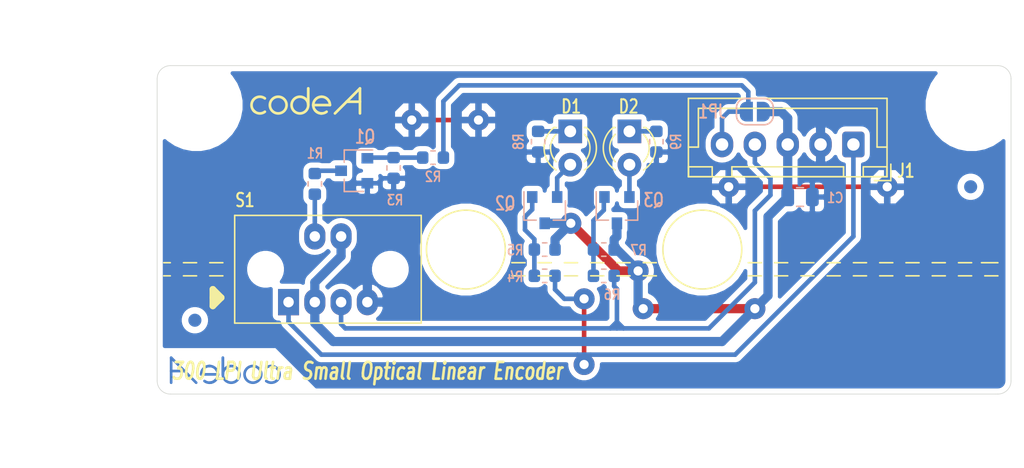
<source format=kicad_pcb>
(kicad_pcb (version 20171130) (host pcbnew 5.1.5+dfsg1-2build2)

  (general
    (thickness 1.6)
    (drawings 57)
    (tracks 129)
    (zones 0)
    (modules 26)
    (nets 15)
  )

  (page USLegal)
  (title_block
    (title "Optical Encoder Prototype Board")
    (rev 0.1)
    (company "codeA, C.A.")
    (comment 1 "Alberto Medrano (alberto@codeagroup.com)")
  )

  (layers
    (0 F.Cu signal)
    (31 B.Cu signal)
    (32 B.Adhes user)
    (33 F.Adhes user)
    (34 B.Paste user)
    (35 F.Paste user)
    (36 B.SilkS user)
    (37 F.SilkS user)
    (38 B.Mask user)
    (39 F.Mask user)
    (40 Dwgs.User user)
    (41 Cmts.User user)
    (42 Eco1.User user)
    (43 Eco2.User user)
    (44 Edge.Cuts user)
    (45 Margin user)
    (46 B.CrtYd user)
    (47 F.CrtYd user)
    (48 B.Fab user hide)
    (49 F.Fab user hide)
  )

  (setup
    (last_trace_width 0.35)
    (trace_clearance 0.2)
    (zone_clearance 0.4)
    (zone_45_only no)
    (trace_min 0.2)
    (via_size 1.6)
    (via_drill 0.7)
    (via_min_size 0.4)
    (via_min_drill 0.3)
    (uvia_size 0.3)
    (uvia_drill 0.1)
    (uvias_allowed no)
    (uvia_min_size 0.2)
    (uvia_min_drill 0.1)
    (edge_width 0.05)
    (segment_width 0.2)
    (pcb_text_width 0.3)
    (pcb_text_size 1.5 1.5)
    (mod_edge_width 0.12)
    (mod_text_size 1 1)
    (mod_text_width 0.15)
    (pad_size 1.6 2)
    (pad_drill 0.8)
    (pad_to_mask_clearance 0.051)
    (solder_mask_min_width 0.25)
    (aux_axis_origin 0 0)
    (visible_elements FFFFFF7F)
    (pcbplotparams
      (layerselection 0x010fc_ffffffff)
      (usegerberextensions false)
      (usegerberattributes false)
      (usegerberadvancedattributes false)
      (creategerberjobfile false)
      (excludeedgelayer true)
      (linewidth 0.100000)
      (plotframeref false)
      (viasonmask false)
      (mode 1)
      (useauxorigin false)
      (hpglpennumber 1)
      (hpglpenspeed 20)
      (hpglpendiameter 15.000000)
      (psnegative false)
      (psa4output false)
      (plotreference true)
      (plotvalue true)
      (plotinvisibletext false)
      (padsonsilk false)
      (subtractmaskfromsilk false)
      (outputformat 1)
      (mirror false)
      (drillshape 0)
      (scaleselection 1)
      (outputdirectory "_gerber"))
  )

  (net 0 "")
  (net 1 +3V3)
  (net 2 GND)
  (net 3 "Net-(D1-Pad2)")
  (net 4 "Net-(D1-Pad1)")
  (net 5 "Net-(D2-Pad1)")
  (net 6 "Net-(D2-Pad2)")
  (net 7 chA)
  (net 8 chB)
  (net 9 ledEN)
  (net 10 "Net-(Q1-Pad1)")
  (net 11 "Net-(Q1-Pad3)")
  (net 12 "Net-(Q2-Pad1)")
  (net 13 "Net-(Q3-Pad1)")
  (net 14 "Net-(R1-Pad1)")

  (net_class Default "This is the default net class."
    (clearance 0.2)
    (trace_width 0.35)
    (via_dia 1.6)
    (via_drill 0.7)
    (uvia_dia 0.3)
    (uvia_drill 0.1)
    (add_net GND)
    (add_net "Net-(D1-Pad1)")
    (add_net "Net-(D1-Pad2)")
    (add_net "Net-(D2-Pad1)")
    (add_net "Net-(D2-Pad2)")
    (add_net "Net-(Q1-Pad1)")
    (add_net "Net-(Q1-Pad3)")
    (add_net "Net-(Q2-Pad1)")
    (add_net "Net-(Q3-Pad1)")
    (add_net "Net-(R1-Pad1)")
    (add_net chA)
    (add_net chB)
    (add_net ledEN)
  )

  (net_class Power ""
    (clearance 0.2)
    (trace_width 0.7)
    (via_dia 1.6)
    (via_drill 0.7)
    (uvia_dia 0.3)
    (uvia_drill 0.1)
    (add_net +3V3)
  )

  (module _codeA:codeA-logo_Silk (layer F.Cu) (tedit 5E263FF9) (tstamp 5E8A6C3D)
    (at 111.5 103)
    (fp_text reference codeA-logo_Silk (at -4.445 1.2) (layer F.SilkS) hide
      (effects (font (size 0.254 0.254) (thickness 0.0508)) (justify left))
    )
    (fp_text value VAL** (at 0 1.27) (layer F.SilkS) hide
      (effects (font (size 0.254 0.254) (thickness 0.0508)))
    )
    (fp_line (start 4.318 -1.524) (end 4.318 1.016) (layer F.CrtYd) (width 0.1))
    (fp_line (start 4.318 1.016) (end -4.572 1.016) (layer F.CrtYd) (width 0.1))
    (fp_line (start -4.572 1.016) (end -4.572 -1.524) (layer F.CrtYd) (width 0.1))
    (fp_line (start -4.572 -1.524) (end 4.318 -1.524) (layer F.CrtYd) (width 0.1))
    (fp_circle (center -0.635 0) (end 0 0) (layer F.SilkS) (width 0.2032))
    (fp_circle (center -2.286 0) (end -1.651 0) (layer F.SilkS) (width 0.2032))
    (fp_arc (start -3.683 0) (end -4.191 -0.381) (angle 90) (layer F.SilkS) (width 0.2032))
    (fp_arc (start -3.683 0) (end -3.302 0.508) (angle 90) (layer F.SilkS) (width 0.2032))
    (fp_arc (start -3.683 0) (end -4.064 0.508) (angle 90) (layer F.SilkS) (width 0.2032))
    (fp_line (start 0 0) (end 0 -1.27) (layer F.SilkS) (width 0.21082))
    (fp_arc (start 1.016 0) (end 1.016 -0.635) (angle 90) (layer F.SilkS) (width 0.2032))
    (fp_arc (start 1.016 0) (end 0.381 0) (angle 90) (layer F.SilkS) (width 0.2032))
    (fp_arc (start 1.016 0) (end 1.016 0.635) (angle 90) (layer F.SilkS) (width 0.2032))
    (fp_arc (start 1.016 0) (end 1.397 0.508) (angle 90) (layer F.SilkS) (width 0.2032))
    (fp_line (start 1.651 0) (end 0.381 0) (layer F.SilkS) (width 0.2032))
    (fp_line (start 3.937 -1.27) (end 3.937 0.635) (layer F.SilkS) (width 0.2032))
    (fp_line (start 2.032 0.635) (end 3.937 -1.27) (layer F.SilkS) (width 0.2032))
    (fp_line (start 3.937 -0.254) (end 2.921 -0.254) (layer F.SilkS) (width 0.2032))
  )

  (module _Sensor_Optical:Agilent_AEDS-962x_Vertical (layer F.Cu) (tedit 5E8A06DA) (tstamp 5E8A356F)
    (at 113 115.5)
    (descr "300 LPI Ultra Small Optical Encoder Modules, http://pdf.datasheetcatalog.com/datasheet2/a/0a46za47kk0rg2x0izood71i9apy.pdf")
    (path /5E8AA369)
    (fp_text reference S1 (at -6.32 -5.264) (layer F.SilkS)
      (effects (font (size 1.016 0.762) (thickness 0.1524)))
    )
    (fp_text value Agilent_AEDS-962x (at 0 5.5) (layer F.Fab)
      (effects (font (size 0.635 0.508) (thickness 0.1016)))
    )
    (fp_line (start -8.128 2.159) (end -8.763 2.159) (layer F.SilkS) (width 0.5))
    (fp_line (start -8.763 2.794) (end -8.763 1.524) (layer F.SilkS) (width 0.5))
    (fp_line (start -8.128 2.159) (end -8.763 2.794) (layer F.SilkS) (width 0.5))
    (fp_line (start -8.763 1.524) (end -8.128 2.159) (layer F.SilkS) (width 0.5))
    (fp_line (start -7.2 4.2) (end 7.2 4.2) (layer F.CrtYd) (width 0.04))
    (fp_line (start 7.2 4.2) (end 7.2 -4.2) (layer F.CrtYd) (width 0.04))
    (fp_line (start -7.2 -4.2) (end -7.2 4.2) (layer F.CrtYd) (width 0.04))
    (fp_line (start 7.2 -4.2) (end -7.2 -4.2) (layer F.CrtYd) (width 0.04))
    (fp_line (start -7.1 4.1) (end -7.1 -4.1) (layer F.SilkS) (width 0.12))
    (fp_line (start 7.1 4.1) (end -7.1 4.1) (layer F.SilkS) (width 0.12))
    (fp_line (start 7.1 -4.1) (end 7.1 4.1) (layer F.SilkS) (width 0.12))
    (fp_line (start -7.1 -4.1) (end 7.1 -4.1) (layer F.SilkS) (width 0.12))
    (fp_line (start -7 -4) (end -7 4) (layer F.Fab) (width 0.04))
    (fp_line (start 7 -4) (end -7 -4) (layer F.Fab) (width 0.04))
    (fp_line (start 7 4) (end 7 -4) (layer F.Fab) (width 0.04))
    (fp_line (start -7 4) (end 7 4) (layer F.Fab) (width 0.04))
    (pad "" np_thru_hole circle (at 4.75 0) (size 2 2) (drill 2) (layers *.Cu *.Mask))
    (pad "" np_thru_hole circle (at -4.75 0) (size 2 2) (drill 2) (layers *.Cu *.Mask))
    (pad 6 thru_hole oval (at -1 -2.5) (size 1.6 2) (drill 0.8) (layers *.Cu *.Mask)
      (net 14 "Net-(R1-Pad1)"))
    (pad 5 thru_hole oval (at 1 -2.5) (size 1.6 2) (drill 0.8) (layers *.Cu *.Mask)
      (net 1 +3V3))
    (pad 4 thru_hole oval (at 3 2.5) (size 1.6 2) (drill 0.8) (layers *.Cu *.Mask)
      (net 2 GND) (thermal_width 0.7))
    (pad 3 thru_hole oval (at 1 2.5) (size 1.6 2) (drill 0.8) (layers *.Cu *.Mask)
      (net 8 chB))
    (pad 2 thru_hole oval (at -1 2.5) (size 1.6 2) (drill 0.8) (layers *.Cu *.Mask)
      (net 1 +3V3))
    (pad 1 thru_hole rect (at -3 2.5) (size 1.6 2) (drill 0.8) (layers *.Cu *.Mask)
      (net 7 chA))
    (model ${KICODEASHARED}/_modules/_Sensor_Optical.pretty/Agilent_AEDS-962x_Vertical.step
      (at (xyz 0 0 0))
      (scale (xyz 1 1 1))
      (rotate (xyz 0 0 0))
    )
  )

  (module Capacitor_SMD:C_0805_2012Metric (layer B.Cu) (tedit 5B36C52B) (tstamp 5E89DF3D)
    (at 148.9375 110)
    (descr "Capacitor SMD 0805 (2012 Metric), square (rectangular) end terminal, IPC_7351 nominal, (Body size source: https://docs.google.com/spreadsheets/d/1BsfQQcO9C6DZCsRaXUlFlo91Tg2WpOkGARC1WS5S8t0/edit?usp=sharing), generated with kicad-footprint-generator")
    (tags capacitor)
    (path /5E8EF4A9)
    (attr smd)
    (fp_text reference C1 (at 2.6805 0.06) (layer B.SilkS)
      (effects (font (size 0.762 0.635) (thickness 0.127)) (justify mirror))
    )
    (fp_text value 100nF (at 0 -1.65) (layer B.Fab)
      (effects (font (size 0.635 0.508) (thickness 0.1016)) (justify mirror))
    )
    (fp_line (start -1 -0.6) (end -1 0.6) (layer B.Fab) (width 0.1))
    (fp_line (start -1 0.6) (end 1 0.6) (layer B.Fab) (width 0.1))
    (fp_line (start 1 0.6) (end 1 -0.6) (layer B.Fab) (width 0.1))
    (fp_line (start 1 -0.6) (end -1 -0.6) (layer B.Fab) (width 0.1))
    (fp_line (start -0.258578 0.71) (end 0.258578 0.71) (layer B.SilkS) (width 0.12))
    (fp_line (start -0.258578 -0.71) (end 0.258578 -0.71) (layer B.SilkS) (width 0.12))
    (fp_line (start -1.68 -0.95) (end -1.68 0.95) (layer B.CrtYd) (width 0.05))
    (fp_line (start -1.68 0.95) (end 1.68 0.95) (layer B.CrtYd) (width 0.05))
    (fp_line (start 1.68 0.95) (end 1.68 -0.95) (layer B.CrtYd) (width 0.05))
    (fp_line (start 1.68 -0.95) (end -1.68 -0.95) (layer B.CrtYd) (width 0.05))
    (fp_text user %R (at 0 0) (layer B.Fab)
      (effects (font (size 0.381 0.254) (thickness 0.0508)) (justify mirror))
    )
    (pad 1 smd roundrect (at -0.9375 0) (size 0.975 1.4) (layers B.Cu B.Paste B.Mask) (roundrect_rratio 0.25)
      (net 1 +3V3))
    (pad 2 smd roundrect (at 0.9375 0) (size 0.975 1.4) (layers B.Cu B.Paste B.Mask) (roundrect_rratio 0.25)
      (net 2 GND))
    (model ${KISYS3DMOD}/Capacitor_SMD.3dshapes/C_0805_2012Metric.wrl
      (at (xyz 0 0 0))
      (scale (xyz 1 1 1))
      (rotate (xyz 0 0 0))
    )
  )

  (module LED_THT:LED_D3.0mm (layer F.Cu) (tedit 587A3A7B) (tstamp 5E89DF50)
    (at 131.445 105 270)
    (descr "LED, diameter 3.0mm, 2 pins")
    (tags "LED diameter 3.0mm 2 pins")
    (path /5E8CCCD3)
    (fp_text reference D1 (at -1.89 -0.075 180) (layer F.SilkS)
      (effects (font (size 1.016 0.762) (thickness 0.1524)))
    )
    (fp_text value chA (at 1.27 2.96 90) (layer F.Fab)
      (effects (font (size 0.635 0.508) (thickness 0.1016)))
    )
    (fp_line (start 3.7 -2.25) (end -1.15 -2.25) (layer F.CrtYd) (width 0.05))
    (fp_line (start 3.7 2.25) (end 3.7 -2.25) (layer F.CrtYd) (width 0.05))
    (fp_line (start -1.15 2.25) (end 3.7 2.25) (layer F.CrtYd) (width 0.05))
    (fp_line (start -1.15 -2.25) (end -1.15 2.25) (layer F.CrtYd) (width 0.05))
    (fp_line (start -0.29 1.08) (end -0.29 1.236) (layer F.SilkS) (width 0.12))
    (fp_line (start -0.29 -1.236) (end -0.29 -1.08) (layer F.SilkS) (width 0.12))
    (fp_line (start -0.23 -1.16619) (end -0.23 1.16619) (layer F.Fab) (width 0.1))
    (fp_circle (center 1.27 0) (end 2.77 0) (layer F.Fab) (width 0.1))
    (fp_arc (start 1.27 0) (end 0.229039 1.08) (angle -87.9) (layer F.SilkS) (width 0.12))
    (fp_arc (start 1.27 0) (end 0.229039 -1.08) (angle 87.9) (layer F.SilkS) (width 0.12))
    (fp_arc (start 1.27 0) (end -0.29 1.235516) (angle -108.8) (layer F.SilkS) (width 0.12))
    (fp_arc (start 1.27 0) (end -0.29 -1.235516) (angle 108.8) (layer F.SilkS) (width 0.12))
    (fp_arc (start 1.27 0) (end -0.23 -1.16619) (angle 284.3) (layer F.Fab) (width 0.1))
    (pad 2 thru_hole circle (at 2.54 0 270) (size 1.8 1.8) (drill 0.9) (layers *.Cu *.Mask)
      (net 3 "Net-(D1-Pad2)"))
    (pad 1 thru_hole rect (at 0 0 270) (size 1.8 1.8) (drill 0.9) (layers *.Cu *.Mask)
      (net 4 "Net-(D1-Pad1)"))
    (model ${KISYS3DMOD}/LED_THT.3dshapes/LED_D3.0mm.wrl
      (at (xyz 0 0 0))
      (scale (xyz 1 1 1))
      (rotate (xyz 0 0 0))
    )
  )

  (module LED_THT:LED_D3.0mm (layer F.Cu) (tedit 587A3A7B) (tstamp 5E89DF63)
    (at 135.95 105 270)
    (descr "LED, diameter 3.0mm, 2 pins")
    (tags "LED diameter 3.0mm 2 pins")
    (path /5E8E25CB)
    (fp_text reference D2 (at -1.89 0.06 180) (layer F.SilkS)
      (effects (font (size 1.016 0.762) (thickness 0.1524)))
    )
    (fp_text value chB (at 1.27 2.96 90) (layer F.Fab)
      (effects (font (size 0.635 0.508) (thickness 0.1016)))
    )
    (fp_arc (start 1.27 0) (end -0.23 -1.16619) (angle 284.3) (layer F.Fab) (width 0.1))
    (fp_arc (start 1.27 0) (end -0.29 -1.235516) (angle 108.8) (layer F.SilkS) (width 0.12))
    (fp_arc (start 1.27 0) (end -0.29 1.235516) (angle -108.8) (layer F.SilkS) (width 0.12))
    (fp_arc (start 1.27 0) (end 0.229039 -1.08) (angle 87.9) (layer F.SilkS) (width 0.12))
    (fp_arc (start 1.27 0) (end 0.229039 1.08) (angle -87.9) (layer F.SilkS) (width 0.12))
    (fp_circle (center 1.27 0) (end 2.77 0) (layer F.Fab) (width 0.1))
    (fp_line (start -0.23 -1.16619) (end -0.23 1.16619) (layer F.Fab) (width 0.1))
    (fp_line (start -0.29 -1.236) (end -0.29 -1.08) (layer F.SilkS) (width 0.12))
    (fp_line (start -0.29 1.08) (end -0.29 1.236) (layer F.SilkS) (width 0.12))
    (fp_line (start -1.15 -2.25) (end -1.15 2.25) (layer F.CrtYd) (width 0.05))
    (fp_line (start -1.15 2.25) (end 3.7 2.25) (layer F.CrtYd) (width 0.05))
    (fp_line (start 3.7 2.25) (end 3.7 -2.25) (layer F.CrtYd) (width 0.05))
    (fp_line (start 3.7 -2.25) (end -1.15 -2.25) (layer F.CrtYd) (width 0.05))
    (pad 1 thru_hole rect (at 0 0 270) (size 1.8 1.8) (drill 0.9) (layers *.Cu *.Mask)
      (net 5 "Net-(D2-Pad1)"))
    (pad 2 thru_hole circle (at 2.54 0 270) (size 1.8 1.8) (drill 0.9) (layers *.Cu *.Mask)
      (net 6 "Net-(D2-Pad2)"))
    (model ${KISYS3DMOD}/LED_THT.3dshapes/LED_D3.0mm.wrl
      (at (xyz 0 0 0))
      (scale (xyz 1 1 1))
      (rotate (xyz 0 0 0))
    )
  )

  (module MountingHole:MountingHole_3mm (layer F.Cu) (tedit 5E89DC55) (tstamp 5E89DF6B)
    (at 103 103)
    (descr "Mounting Hole 3mm, no annular")
    (tags "mounting hole 3mm no annular")
    (path /5E93A307)
    (attr virtual)
    (fp_text reference H1 (at 0 -4) (layer F.Fab)
      (effects (font (size 1 1) (thickness 0.15)))
    )
    (fp_text value MountingHole_SideL (at 0 4) (layer F.Fab)
      (effects (font (size 1 1) (thickness 0.15)))
    )
    (fp_circle (center 0 0) (end 3.25 0) (layer F.CrtYd) (width 0.05))
    (fp_circle (center 0 0) (end 3 0) (layer Cmts.User) (width 0.15))
    (fp_text user %R (at 0.3 0) (layer F.Fab)
      (effects (font (size 1 1) (thickness 0.15)))
    )
    (pad "" np_thru_hole circle (at 0 0) (size 3 3) (drill 3) (layers *.Cu *.Mask)
      (clearance 2))
  )

  (module MountingHole:MountingHole_3mm (layer F.Cu) (tedit 5E89DC5B) (tstamp 5E89DF73)
    (at 162 103)
    (descr "Mounting Hole 3mm, no annular")
    (tags "mounting hole 3mm no annular")
    (path /5E93AD1B)
    (attr virtual)
    (fp_text reference H2 (at 0 -4) (layer F.Fab)
      (effects (font (size 1 1) (thickness 0.15)))
    )
    (fp_text value MountingHole_SideR (at 0 4) (layer F.Fab)
      (effects (font (size 1 1) (thickness 0.15)))
    )
    (fp_text user %R (at 0.3 0) (layer F.Fab)
      (effects (font (size 1 1) (thickness 0.15)))
    )
    (fp_circle (center 0 0) (end 3 0) (layer Cmts.User) (width 0.15))
    (fp_circle (center 0 0) (end 3.25 0) (layer F.CrtYd) (width 0.05))
    (pad "" np_thru_hole circle (at 0 0) (size 3 3) (drill 3) (layers *.Cu *.Mask)
      (clearance 2))
  )

  (module MountingHole:MountingHole_3mm (layer F.Cu) (tedit 5E89DC44) (tstamp 5E89DF7B)
    (at 123.5 114)
    (descr "Mounting Hole 3mm, no annular")
    (tags "mounting hole 3mm no annular")
    (path /5E93B049)
    (attr virtual)
    (fp_text reference H3 (at 0 -4) (layer F.Fab)
      (effects (font (size 1 1) (thickness 0.15)))
    )
    (fp_text value MountingHole_CenterL (at 0 4) (layer F.Fab)
      (effects (font (size 1 1) (thickness 0.15)))
    )
    (fp_circle (center 0 0) (end 3.25 0) (layer F.CrtYd) (width 0.05))
    (fp_circle (center 0 0) (end 3 0) (layer Cmts.User) (width 0.15))
    (fp_text user %R (at 0.3 0) (layer F.Fab)
      (effects (font (size 1 1) (thickness 0.15)))
    )
    (pad "" np_thru_hole circle (at 0 0) (size 3 3) (drill 3) (layers *.Cu *.Mask)
      (clearance 2))
  )

  (module MountingHole:MountingHole_3mm (layer F.Cu) (tedit 5E89DC4C) (tstamp 5E89DF83)
    (at 141.5 114)
    (descr "Mounting Hole 3mm, no annular")
    (tags "mounting hole 3mm no annular")
    (path /5E93B238)
    (attr virtual)
    (fp_text reference H4 (at 0 -4) (layer F.Fab)
      (effects (font (size 1 1) (thickness 0.15)))
    )
    (fp_text value MountingHole_CenterR (at 0 4) (layer F.Fab)
      (effects (font (size 1 1) (thickness 0.15)))
    )
    (fp_text user %R (at 0.3 0) (layer F.Fab)
      (effects (font (size 1 1) (thickness 0.15)))
    )
    (fp_circle (center 0 0) (end 3 0) (layer Cmts.User) (width 0.15))
    (fp_circle (center 0 0) (end 3.25 0) (layer F.CrtYd) (width 0.05))
    (pad "" np_thru_hole circle (at 0 0) (size 3 3) (drill 3) (layers *.Cu *.Mask)
      (clearance 2))
  )

  (module Connector_JST:JST_XH_B5B-XH-A_1x05_P2.50mm_Vertical (layer F.Cu) (tedit 5E89E928) (tstamp 5E89DFAF)
    (at 153 106 180)
    (descr "JST XH series connector, B5B-XH-A (http://www.jst-mfg.com/product/pdf/eng/eXH.pdf), generated with kicad-footprint-generator")
    (tags "connector JST XH vertical")
    (path /5E8B1A16)
    (fp_text reference J1 (at -4 -2) (layer F.SilkS)
      (effects (font (size 1.016 0.762) (thickness 0.1524)))
    )
    (fp_text value Conn_Port (at 5 4.6) (layer F.Fab)
      (effects (font (size 0.635 0.508) (thickness 0.1016)))
    )
    (fp_line (start -2.45 -2.35) (end -2.45 3.4) (layer F.Fab) (width 0.1))
    (fp_line (start -2.45 3.4) (end 12.45 3.4) (layer F.Fab) (width 0.1))
    (fp_line (start 12.45 3.4) (end 12.45 -2.35) (layer F.Fab) (width 0.1))
    (fp_line (start 12.45 -2.35) (end -2.45 -2.35) (layer F.Fab) (width 0.1))
    (fp_line (start -2.56 -2.46) (end -2.56 3.51) (layer F.SilkS) (width 0.12))
    (fp_line (start -2.56 3.51) (end 12.56 3.51) (layer F.SilkS) (width 0.12))
    (fp_line (start 12.56 3.51) (end 12.56 -2.46) (layer F.SilkS) (width 0.12))
    (fp_line (start 12.56 -2.46) (end -2.56 -2.46) (layer F.SilkS) (width 0.12))
    (fp_line (start -2.95 -2.85) (end -2.95 3.9) (layer F.CrtYd) (width 0.05))
    (fp_line (start -2.95 3.9) (end 12.95 3.9) (layer F.CrtYd) (width 0.05))
    (fp_line (start 12.95 3.9) (end 12.95 -2.85) (layer F.CrtYd) (width 0.05))
    (fp_line (start 12.95 -2.85) (end -2.95 -2.85) (layer F.CrtYd) (width 0.05))
    (fp_line (start -0.625 -2.35) (end 0 -1.35) (layer F.Fab) (width 0.1))
    (fp_line (start 0 -1.35) (end 0.625 -2.35) (layer F.Fab) (width 0.1))
    (fp_line (start 0.75 -2.45) (end 0.75 -1.7) (layer F.SilkS) (width 0.12))
    (fp_line (start 0.75 -1.7) (end 9.25 -1.7) (layer F.SilkS) (width 0.12))
    (fp_line (start 9.25 -1.7) (end 9.25 -2.45) (layer F.SilkS) (width 0.12))
    (fp_line (start 9.25 -2.45) (end 0.75 -2.45) (layer F.SilkS) (width 0.12))
    (fp_line (start -2.55 -2.45) (end -2.55 -1.7) (layer F.SilkS) (width 0.12))
    (fp_line (start -2.55 -1.7) (end -0.75 -1.7) (layer F.SilkS) (width 0.12))
    (fp_line (start -0.75 -1.7) (end -0.75 -2.45) (layer F.SilkS) (width 0.12))
    (fp_line (start -0.75 -2.45) (end -2.55 -2.45) (layer F.SilkS) (width 0.12))
    (fp_line (start 10.75 -2.45) (end 10.75 -1.7) (layer F.SilkS) (width 0.12))
    (fp_line (start 10.75 -1.7) (end 12.55 -1.7) (layer F.SilkS) (width 0.12))
    (fp_line (start 12.55 -1.7) (end 12.55 -2.45) (layer F.SilkS) (width 0.12))
    (fp_line (start 12.55 -2.45) (end 10.75 -2.45) (layer F.SilkS) (width 0.12))
    (fp_line (start -2.55 -0.2) (end -1.8 -0.2) (layer F.SilkS) (width 0.12))
    (fp_line (start -1.8 -0.2) (end -1.8 2.75) (layer F.SilkS) (width 0.12))
    (fp_line (start -1.8 2.75) (end 5 2.75) (layer F.SilkS) (width 0.12))
    (fp_line (start 12.55 -0.2) (end 11.8 -0.2) (layer F.SilkS) (width 0.12))
    (fp_line (start 11.8 -0.2) (end 11.8 2.75) (layer F.SilkS) (width 0.12))
    (fp_line (start 11.8 2.75) (end 5 2.75) (layer F.SilkS) (width 0.12))
    (fp_line (start -1.6 -2.75) (end -2.85 -2.75) (layer F.SilkS) (width 0.12))
    (fp_line (start -2.85 -2.75) (end -2.85 -1.5) (layer F.SilkS) (width 0.12))
    (fp_text user %R (at 5 2.7) (layer F.Fab)
      (effects (font (size 0.381 0.254) (thickness 0.0508)))
    )
    (pad 1 thru_hole roundrect (at 0 0 180) (size 1.7 1.95) (drill 0.95) (layers *.Cu *.Mask) (roundrect_rratio 0.147059)
      (net 7 chA))
    (pad 2 thru_hole oval (at 2.5 0 180) (size 1.7 1.95) (drill 0.95) (layers *.Cu *.Mask)
      (net 2 GND) (thermal_width 0.7))
    (pad 3 thru_hole oval (at 5 0 180) (size 1.7 1.95) (drill 0.95) (layers *.Cu *.Mask)
      (net 1 +3V3))
    (pad 4 thru_hole oval (at 7.5 0 180) (size 1.7 1.95) (drill 0.95) (layers *.Cu *.Mask)
      (net 8 chB))
    (pad 5 thru_hole oval (at 10 0 180) (size 1.7 1.95) (drill 0.95) (layers *.Cu *.Mask)
      (net 9 ledEN))
    (model ${KISYS3DMOD}/Connector_JST.3dshapes/JST_XH_B5B-XH-A_1x05_P2.50mm_Vertical.wrl
      (at (xyz 0 0 0))
      (scale (xyz 1 1 1))
      (rotate (xyz 0 0 0))
    )
  )

  (module Package_TO_SOT_SMD:SOT-23 (layer B.Cu) (tedit 5A02FF57) (tstamp 5E89DFC4)
    (at 115 108 180)
    (descr "SOT-23, Standard")
    (tags SOT-23)
    (path /5E8FAB3D)
    (attr smd)
    (fp_text reference Q1 (at -0.824 2.59) (layer B.SilkS)
      (effects (font (size 1.016 0.762) (thickness 0.1524)) (justify mirror))
    )
    (fp_text value MMBT3904 (at 0 -2.5) (layer B.Fab)
      (effects (font (size 0.635 0.508) (thickness 0.1016)) (justify mirror))
    )
    (fp_text user %R (at 0 0 270) (layer B.Fab)
      (effects (font (size 0.381 0.254) (thickness 0.0508)) (justify mirror))
    )
    (fp_line (start -0.7 0.95) (end -0.7 -1.5) (layer B.Fab) (width 0.1))
    (fp_line (start -0.15 1.52) (end 0.7 1.52) (layer B.Fab) (width 0.1))
    (fp_line (start -0.7 0.95) (end -0.15 1.52) (layer B.Fab) (width 0.1))
    (fp_line (start 0.7 1.52) (end 0.7 -1.52) (layer B.Fab) (width 0.1))
    (fp_line (start -0.7 -1.52) (end 0.7 -1.52) (layer B.Fab) (width 0.1))
    (fp_line (start 0.76 -1.58) (end 0.76 -0.65) (layer B.SilkS) (width 0.12))
    (fp_line (start 0.76 1.58) (end 0.76 0.65) (layer B.SilkS) (width 0.12))
    (fp_line (start -1.7 1.75) (end 1.7 1.75) (layer B.CrtYd) (width 0.05))
    (fp_line (start 1.7 1.75) (end 1.7 -1.75) (layer B.CrtYd) (width 0.05))
    (fp_line (start 1.7 -1.75) (end -1.7 -1.75) (layer B.CrtYd) (width 0.05))
    (fp_line (start -1.7 -1.75) (end -1.7 1.75) (layer B.CrtYd) (width 0.05))
    (fp_line (start 0.76 1.58) (end -1.4 1.58) (layer B.SilkS) (width 0.12))
    (fp_line (start 0.76 -1.58) (end -0.7 -1.58) (layer B.SilkS) (width 0.12))
    (pad 1 smd rect (at -1 0.95 180) (size 0.9 0.8) (layers B.Cu B.Paste B.Mask)
      (net 10 "Net-(Q1-Pad1)"))
    (pad 2 smd rect (at -1 -0.95 180) (size 0.9 0.8) (layers B.Cu B.Paste B.Mask)
      (net 2 GND))
    (pad 3 smd rect (at 1 0 180) (size 0.9 0.8) (layers B.Cu B.Paste B.Mask)
      (net 11 "Net-(Q1-Pad3)"))
    (model ${KISYS3DMOD}/Package_TO_SOT_SMD.3dshapes/SOT-23.wrl
      (at (xyz 0 0 0))
      (scale (xyz 1 1 1))
      (rotate (xyz 0 0 0))
    )
  )

  (module Package_TO_SOT_SMD:SOT-23 (layer B.Cu) (tedit 5A02FF57) (tstamp 5E89DFD9)
    (at 129.5 111 270)
    (descr "SOT-23, Standard")
    (tags SOT-23)
    (path /5E8BE447)
    (attr smd)
    (fp_text reference Q2 (at -0.51 3.008 180) (layer B.SilkS)
      (effects (font (size 1.016 0.762) (thickness 0.1524)) (justify mirror))
    )
    (fp_text value MMBT3906 (at 0 -2.5 90) (layer B.Fab)
      (effects (font (size 0.635 0.508) (thickness 0.1016)) (justify mirror))
    )
    (fp_text user %R (at 0 0 180) (layer B.Fab)
      (effects (font (size 0.381 0.254) (thickness 0.0508)) (justify mirror))
    )
    (fp_line (start -0.7 0.95) (end -0.7 -1.5) (layer B.Fab) (width 0.1))
    (fp_line (start -0.15 1.52) (end 0.7 1.52) (layer B.Fab) (width 0.1))
    (fp_line (start -0.7 0.95) (end -0.15 1.52) (layer B.Fab) (width 0.1))
    (fp_line (start 0.7 1.52) (end 0.7 -1.52) (layer B.Fab) (width 0.1))
    (fp_line (start -0.7 -1.52) (end 0.7 -1.52) (layer B.Fab) (width 0.1))
    (fp_line (start 0.76 -1.58) (end 0.76 -0.65) (layer B.SilkS) (width 0.12))
    (fp_line (start 0.76 1.58) (end 0.76 0.65) (layer B.SilkS) (width 0.12))
    (fp_line (start -1.7 1.75) (end 1.7 1.75) (layer B.CrtYd) (width 0.05))
    (fp_line (start 1.7 1.75) (end 1.7 -1.75) (layer B.CrtYd) (width 0.05))
    (fp_line (start 1.7 -1.75) (end -1.7 -1.75) (layer B.CrtYd) (width 0.05))
    (fp_line (start -1.7 -1.75) (end -1.7 1.75) (layer B.CrtYd) (width 0.05))
    (fp_line (start 0.76 1.58) (end -1.4 1.58) (layer B.SilkS) (width 0.12))
    (fp_line (start 0.76 -1.58) (end -0.7 -1.58) (layer B.SilkS) (width 0.12))
    (pad 1 smd rect (at -1 0.95 270) (size 0.9 0.8) (layers B.Cu B.Paste B.Mask)
      (net 12 "Net-(Q2-Pad1)"))
    (pad 2 smd rect (at -1 -0.95 270) (size 0.9 0.8) (layers B.Cu B.Paste B.Mask)
      (net 3 "Net-(D1-Pad2)"))
    (pad 3 smd rect (at 1 0 270) (size 0.9 0.8) (layers B.Cu B.Paste B.Mask)
      (net 1 +3V3))
    (model ${KISYS3DMOD}/Package_TO_SOT_SMD.3dshapes/SOT-23.wrl
      (at (xyz 0 0 0))
      (scale (xyz 1 1 1))
      (rotate (xyz 0 0 0))
    )
  )

  (module Package_TO_SOT_SMD:SOT-23 (layer B.Cu) (tedit 5A02FF57) (tstamp 5E89DFEE)
    (at 135 111 270)
    (descr "SOT-23, Standard")
    (tags SOT-23)
    (path /5E8E25AD)
    (attr smd)
    (fp_text reference Q3 (at -0.764 -2.795 180) (layer B.SilkS)
      (effects (font (size 1.016 0.762) (thickness 0.1524)) (justify mirror))
    )
    (fp_text value MMBT3906 (at 0 -2.5 90) (layer B.Fab)
      (effects (font (size 0.635 0.508) (thickness 0.1016)) (justify mirror))
    )
    (fp_line (start 0.76 -1.58) (end -0.7 -1.58) (layer B.SilkS) (width 0.12))
    (fp_line (start 0.76 1.58) (end -1.4 1.58) (layer B.SilkS) (width 0.12))
    (fp_line (start -1.7 -1.75) (end -1.7 1.75) (layer B.CrtYd) (width 0.05))
    (fp_line (start 1.7 -1.75) (end -1.7 -1.75) (layer B.CrtYd) (width 0.05))
    (fp_line (start 1.7 1.75) (end 1.7 -1.75) (layer B.CrtYd) (width 0.05))
    (fp_line (start -1.7 1.75) (end 1.7 1.75) (layer B.CrtYd) (width 0.05))
    (fp_line (start 0.76 1.58) (end 0.76 0.65) (layer B.SilkS) (width 0.12))
    (fp_line (start 0.76 -1.58) (end 0.76 -0.65) (layer B.SilkS) (width 0.12))
    (fp_line (start -0.7 -1.52) (end 0.7 -1.52) (layer B.Fab) (width 0.1))
    (fp_line (start 0.7 1.52) (end 0.7 -1.52) (layer B.Fab) (width 0.1))
    (fp_line (start -0.7 0.95) (end -0.15 1.52) (layer B.Fab) (width 0.1))
    (fp_line (start -0.15 1.52) (end 0.7 1.52) (layer B.Fab) (width 0.1))
    (fp_line (start -0.7 0.95) (end -0.7 -1.5) (layer B.Fab) (width 0.1))
    (fp_text user %R (at 0 0 180) (layer B.Fab)
      (effects (font (size 0.381 0.254) (thickness 0.0508)) (justify mirror))
    )
    (pad 3 smd rect (at 1 0 270) (size 0.9 0.8) (layers B.Cu B.Paste B.Mask)
      (net 1 +3V3))
    (pad 2 smd rect (at -1 -0.95 270) (size 0.9 0.8) (layers B.Cu B.Paste B.Mask)
      (net 6 "Net-(D2-Pad2)"))
    (pad 1 smd rect (at -1 0.95 270) (size 0.9 0.8) (layers B.Cu B.Paste B.Mask)
      (net 13 "Net-(Q3-Pad1)"))
    (model ${KISYS3DMOD}/Package_TO_SOT_SMD.3dshapes/SOT-23.wrl
      (at (xyz 0 0 0))
      (scale (xyz 1 1 1))
      (rotate (xyz 0 0 0))
    )
  )

  (module Resistor_SMD:R_0603_1608Metric (layer B.Cu) (tedit 5B301BBD) (tstamp 5E89DFFF)
    (at 112 109 90)
    (descr "Resistor SMD 0603 (1608 Metric), square (rectangular) end terminal, IPC_7351 nominal, (Body size source: http://www.tortai-tech.com/upload/download/2011102023233369053.pdf), generated with kicad-footprint-generator")
    (tags resistor)
    (path /5E8BB99F)
    (attr smd)
    (fp_text reference R1 (at 2.32 0.014 180) (layer B.SilkS)
      (effects (font (size 0.762 0.635) (thickness 0.127)) (justify mirror))
    )
    (fp_text value 220R (at 0 -1.43 90) (layer B.Fab)
      (effects (font (size 0.635 0.508) (thickness 0.1016)) (justify mirror))
    )
    (fp_line (start -0.8 -0.4) (end -0.8 0.4) (layer B.Fab) (width 0.1))
    (fp_line (start -0.8 0.4) (end 0.8 0.4) (layer B.Fab) (width 0.1))
    (fp_line (start 0.8 0.4) (end 0.8 -0.4) (layer B.Fab) (width 0.1))
    (fp_line (start 0.8 -0.4) (end -0.8 -0.4) (layer B.Fab) (width 0.1))
    (fp_line (start -0.162779 0.51) (end 0.162779 0.51) (layer B.SilkS) (width 0.12))
    (fp_line (start -0.162779 -0.51) (end 0.162779 -0.51) (layer B.SilkS) (width 0.12))
    (fp_line (start -1.48 -0.73) (end -1.48 0.73) (layer B.CrtYd) (width 0.05))
    (fp_line (start -1.48 0.73) (end 1.48 0.73) (layer B.CrtYd) (width 0.05))
    (fp_line (start 1.48 0.73) (end 1.48 -0.73) (layer B.CrtYd) (width 0.05))
    (fp_line (start 1.48 -0.73) (end -1.48 -0.73) (layer B.CrtYd) (width 0.05))
    (fp_text user %R (at 0 0 90) (layer B.Fab)
      (effects (font (size 0.381 0.254) (thickness 0.0508)) (justify mirror))
    )
    (pad 1 smd roundrect (at -0.7875 0 90) (size 0.875 0.95) (layers B.Cu B.Paste B.Mask) (roundrect_rratio 0.25)
      (net 14 "Net-(R1-Pad1)"))
    (pad 2 smd roundrect (at 0.7875 0 90) (size 0.875 0.95) (layers B.Cu B.Paste B.Mask) (roundrect_rratio 0.25)
      (net 11 "Net-(Q1-Pad3)"))
    (model ${KISYS3DMOD}/Resistor_SMD.3dshapes/R_0603_1608Metric.wrl
      (at (xyz 0 0 0))
      (scale (xyz 1 1 1))
      (rotate (xyz 0 0 0))
    )
  )

  (module Resistor_SMD:R_0603_1608Metric (layer B.Cu) (tedit 5B301BBD) (tstamp 5E89E010)
    (at 121 107)
    (descr "Resistor SMD 0603 (1608 Metric), square (rectangular) end terminal, IPC_7351 nominal, (Body size source: http://www.tortai-tech.com/upload/download/2011102023233369053.pdf), generated with kicad-footprint-generator")
    (tags resistor)
    (path /5E9006C7)
    (attr smd)
    (fp_text reference R2 (at 0 1.458) (layer B.SilkS)
      (effects (font (size 0.762 0.635) (thickness 0.127)) (justify mirror))
    )
    (fp_text value 4K7 (at 0 -1.43) (layer B.Fab)
      (effects (font (size 0.635 0.508) (thickness 0.1016)) (justify mirror))
    )
    (fp_text user %R (at 0 0) (layer B.Fab)
      (effects (font (size 0.381 0.254) (thickness 0.0508)) (justify mirror))
    )
    (fp_line (start 1.48 -0.73) (end -1.48 -0.73) (layer B.CrtYd) (width 0.05))
    (fp_line (start 1.48 0.73) (end 1.48 -0.73) (layer B.CrtYd) (width 0.05))
    (fp_line (start -1.48 0.73) (end 1.48 0.73) (layer B.CrtYd) (width 0.05))
    (fp_line (start -1.48 -0.73) (end -1.48 0.73) (layer B.CrtYd) (width 0.05))
    (fp_line (start -0.162779 -0.51) (end 0.162779 -0.51) (layer B.SilkS) (width 0.12))
    (fp_line (start -0.162779 0.51) (end 0.162779 0.51) (layer B.SilkS) (width 0.12))
    (fp_line (start 0.8 -0.4) (end -0.8 -0.4) (layer B.Fab) (width 0.1))
    (fp_line (start 0.8 0.4) (end 0.8 -0.4) (layer B.Fab) (width 0.1))
    (fp_line (start -0.8 0.4) (end 0.8 0.4) (layer B.Fab) (width 0.1))
    (fp_line (start -0.8 -0.4) (end -0.8 0.4) (layer B.Fab) (width 0.1))
    (pad 2 smd roundrect (at 0.7875 0) (size 0.875 0.95) (layers B.Cu B.Paste B.Mask) (roundrect_rratio 0.25)
      (net 9 ledEN))
    (pad 1 smd roundrect (at -0.7875 0) (size 0.875 0.95) (layers B.Cu B.Paste B.Mask) (roundrect_rratio 0.25)
      (net 10 "Net-(Q1-Pad1)"))
    (model ${KISYS3DMOD}/Resistor_SMD.3dshapes/R_0603_1608Metric.wrl
      (at (xyz 0 0 0))
      (scale (xyz 1 1 1))
      (rotate (xyz 0 0 0))
    )
  )

  (module Resistor_SMD:R_0603_1608Metric (layer B.Cu) (tedit 5B301BBD) (tstamp 5E89E021)
    (at 118 107.7875 90)
    (descr "Resistor SMD 0603 (1608 Metric), square (rectangular) end terminal, IPC_7351 nominal, (Body size source: http://www.tortai-tech.com/upload/download/2011102023233369053.pdf), generated with kicad-footprint-generator")
    (tags resistor)
    (path /5E8FF79F)
    (attr smd)
    (fp_text reference R3 (at -2.4485 0.11 180) (layer B.SilkS)
      (effects (font (size 0.762 0.635) (thickness 0.127)) (justify mirror))
    )
    (fp_text value 4K7 (at 0 -1.43 90) (layer B.Fab)
      (effects (font (size 0.635 0.508) (thickness 0.1016)) (justify mirror))
    )
    (fp_line (start -0.8 -0.4) (end -0.8 0.4) (layer B.Fab) (width 0.1))
    (fp_line (start -0.8 0.4) (end 0.8 0.4) (layer B.Fab) (width 0.1))
    (fp_line (start 0.8 0.4) (end 0.8 -0.4) (layer B.Fab) (width 0.1))
    (fp_line (start 0.8 -0.4) (end -0.8 -0.4) (layer B.Fab) (width 0.1))
    (fp_line (start -0.162779 0.51) (end 0.162779 0.51) (layer B.SilkS) (width 0.12))
    (fp_line (start -0.162779 -0.51) (end 0.162779 -0.51) (layer B.SilkS) (width 0.12))
    (fp_line (start -1.48 -0.73) (end -1.48 0.73) (layer B.CrtYd) (width 0.05))
    (fp_line (start -1.48 0.73) (end 1.48 0.73) (layer B.CrtYd) (width 0.05))
    (fp_line (start 1.48 0.73) (end 1.48 -0.73) (layer B.CrtYd) (width 0.05))
    (fp_line (start 1.48 -0.73) (end -1.48 -0.73) (layer B.CrtYd) (width 0.05))
    (fp_text user %R (at 0 0 90) (layer B.Fab)
      (effects (font (size 0.381 0.254) (thickness 0.0508)) (justify mirror))
    )
    (pad 1 smd roundrect (at -0.7875 0 90) (size 0.875 0.95) (layers B.Cu B.Paste B.Mask) (roundrect_rratio 0.25)
      (net 2 GND))
    (pad 2 smd roundrect (at 0.7875 0 90) (size 0.875 0.95) (layers B.Cu B.Paste B.Mask) (roundrect_rratio 0.25)
      (net 10 "Net-(Q1-Pad1)"))
    (model ${KISYS3DMOD}/Resistor_SMD.3dshapes/R_0603_1608Metric.wrl
      (at (xyz 0 0 0))
      (scale (xyz 1 1 1))
      (rotate (xyz 0 0 0))
    )
  )

  (module Resistor_SMD:R_0603_1608Metric (layer B.Cu) (tedit 5B301BBD) (tstamp 5E89E032)
    (at 129.5 116)
    (descr "Resistor SMD 0603 (1608 Metric), square (rectangular) end terminal, IPC_7351 nominal, (Body size source: http://www.tortai-tech.com/upload/download/2011102023233369053.pdf), generated with kicad-footprint-generator")
    (tags resistor)
    (path /5E8C543E)
    (attr smd)
    (fp_text reference R4 (at -2.246 0.078) (layer B.SilkS)
      (effects (font (size 0.762 0.635) (thickness 0.127)) (justify mirror))
    )
    (fp_text value 4K7 (at 0 -1.43) (layer B.Fab)
      (effects (font (size 0.635 0.508) (thickness 0.1016)) (justify mirror))
    )
    (fp_line (start -0.8 -0.4) (end -0.8 0.4) (layer B.Fab) (width 0.1))
    (fp_line (start -0.8 0.4) (end 0.8 0.4) (layer B.Fab) (width 0.1))
    (fp_line (start 0.8 0.4) (end 0.8 -0.4) (layer B.Fab) (width 0.1))
    (fp_line (start 0.8 -0.4) (end -0.8 -0.4) (layer B.Fab) (width 0.1))
    (fp_line (start -0.162779 0.51) (end 0.162779 0.51) (layer B.SilkS) (width 0.12))
    (fp_line (start -0.162779 -0.51) (end 0.162779 -0.51) (layer B.SilkS) (width 0.12))
    (fp_line (start -1.48 -0.73) (end -1.48 0.73) (layer B.CrtYd) (width 0.05))
    (fp_line (start -1.48 0.73) (end 1.48 0.73) (layer B.CrtYd) (width 0.05))
    (fp_line (start 1.48 0.73) (end 1.48 -0.73) (layer B.CrtYd) (width 0.05))
    (fp_line (start 1.48 -0.73) (end -1.48 -0.73) (layer B.CrtYd) (width 0.05))
    (fp_text user %R (at 0 0) (layer B.Fab)
      (effects (font (size 0.381 0.254) (thickness 0.0508)) (justify mirror))
    )
    (pad 1 smd roundrect (at -0.7875 0) (size 0.875 0.95) (layers B.Cu B.Paste B.Mask) (roundrect_rratio 0.25)
      (net 12 "Net-(Q2-Pad1)"))
    (pad 2 smd roundrect (at 0.7875 0) (size 0.875 0.95) (layers B.Cu B.Paste B.Mask) (roundrect_rratio 0.25)
      (net 7 chA))
    (model ${KISYS3DMOD}/Resistor_SMD.3dshapes/R_0603_1608Metric.wrl
      (at (xyz 0 0 0))
      (scale (xyz 1 1 1))
      (rotate (xyz 0 0 0))
    )
  )

  (module Resistor_SMD:R_0603_1608Metric (layer B.Cu) (tedit 5B301BBD) (tstamp 5E89E043)
    (at 129.5 114 180)
    (descr "Resistor SMD 0603 (1608 Metric), square (rectangular) end terminal, IPC_7351 nominal, (Body size source: http://www.tortai-tech.com/upload/download/2011102023233369053.pdf), generated with kicad-footprint-generator")
    (tags resistor)
    (path /5E8C3D16)
    (attr smd)
    (fp_text reference R5 (at 2.246 -0.046 180) (layer B.SilkS)
      (effects (font (size 0.762 0.635) (thickness 0.127)) (justify mirror))
    )
    (fp_text value 4K7 (at 0 -1.43) (layer B.Fab)
      (effects (font (size 0.635 0.508) (thickness 0.1016)) (justify mirror))
    )
    (fp_text user %R (at 0 0) (layer B.Fab)
      (effects (font (size 0.381 0.254) (thickness 0.0508)) (justify mirror))
    )
    (fp_line (start 1.48 -0.73) (end -1.48 -0.73) (layer B.CrtYd) (width 0.05))
    (fp_line (start 1.48 0.73) (end 1.48 -0.73) (layer B.CrtYd) (width 0.05))
    (fp_line (start -1.48 0.73) (end 1.48 0.73) (layer B.CrtYd) (width 0.05))
    (fp_line (start -1.48 -0.73) (end -1.48 0.73) (layer B.CrtYd) (width 0.05))
    (fp_line (start -0.162779 -0.51) (end 0.162779 -0.51) (layer B.SilkS) (width 0.12))
    (fp_line (start -0.162779 0.51) (end 0.162779 0.51) (layer B.SilkS) (width 0.12))
    (fp_line (start 0.8 -0.4) (end -0.8 -0.4) (layer B.Fab) (width 0.1))
    (fp_line (start 0.8 0.4) (end 0.8 -0.4) (layer B.Fab) (width 0.1))
    (fp_line (start -0.8 0.4) (end 0.8 0.4) (layer B.Fab) (width 0.1))
    (fp_line (start -0.8 -0.4) (end -0.8 0.4) (layer B.Fab) (width 0.1))
    (pad 2 smd roundrect (at 0.7875 0 180) (size 0.875 0.95) (layers B.Cu B.Paste B.Mask) (roundrect_rratio 0.25)
      (net 12 "Net-(Q2-Pad1)"))
    (pad 1 smd roundrect (at -0.7875 0 180) (size 0.875 0.95) (layers B.Cu B.Paste B.Mask) (roundrect_rratio 0.25)
      (net 1 +3V3))
    (model ${KISYS3DMOD}/Resistor_SMD.3dshapes/R_0603_1608Metric.wrl
      (at (xyz 0 0 0))
      (scale (xyz 1 1 1))
      (rotate (xyz 0 0 0))
    )
  )

  (module Resistor_SMD:R_0603_1608Metric (layer B.Cu) (tedit 5B301BBD) (tstamp 5E89E054)
    (at 134 116)
    (descr "Resistor SMD 0603 (1608 Metric), square (rectangular) end terminal, IPC_7351 nominal, (Body size source: http://www.tortai-tech.com/upload/download/2011102023233369053.pdf), generated with kicad-footprint-generator")
    (tags resistor)
    (path /5E8E25C1)
    (attr smd)
    (fp_text reference R6 (at 0.62 1.43) (layer B.SilkS)
      (effects (font (size 0.762 0.635) (thickness 0.127)) (justify mirror))
    )
    (fp_text value 4K7 (at 0 -1.43) (layer B.Fab)
      (effects (font (size 0.635 0.508) (thickness 0.1016)) (justify mirror))
    )
    (fp_text user %R (at 0 0) (layer B.Fab)
      (effects (font (size 0.381 0.254) (thickness 0.0508)) (justify mirror))
    )
    (fp_line (start 1.48 -0.73) (end -1.48 -0.73) (layer B.CrtYd) (width 0.05))
    (fp_line (start 1.48 0.73) (end 1.48 -0.73) (layer B.CrtYd) (width 0.05))
    (fp_line (start -1.48 0.73) (end 1.48 0.73) (layer B.CrtYd) (width 0.05))
    (fp_line (start -1.48 -0.73) (end -1.48 0.73) (layer B.CrtYd) (width 0.05))
    (fp_line (start -0.162779 -0.51) (end 0.162779 -0.51) (layer B.SilkS) (width 0.12))
    (fp_line (start -0.162779 0.51) (end 0.162779 0.51) (layer B.SilkS) (width 0.12))
    (fp_line (start 0.8 -0.4) (end -0.8 -0.4) (layer B.Fab) (width 0.1))
    (fp_line (start 0.8 0.4) (end 0.8 -0.4) (layer B.Fab) (width 0.1))
    (fp_line (start -0.8 0.4) (end 0.8 0.4) (layer B.Fab) (width 0.1))
    (fp_line (start -0.8 -0.4) (end -0.8 0.4) (layer B.Fab) (width 0.1))
    (pad 2 smd roundrect (at 0.7875 0) (size 0.875 0.95) (layers B.Cu B.Paste B.Mask) (roundrect_rratio 0.25)
      (net 8 chB))
    (pad 1 smd roundrect (at -0.7875 0) (size 0.875 0.95) (layers B.Cu B.Paste B.Mask) (roundrect_rratio 0.25)
      (net 13 "Net-(Q3-Pad1)"))
    (model ${KISYS3DMOD}/Resistor_SMD.3dshapes/R_0603_1608Metric.wrl
      (at (xyz 0 0 0))
      (scale (xyz 1 1 1))
      (rotate (xyz 0 0 0))
    )
  )

  (module Resistor_SMD:R_0603_1608Metric (layer B.Cu) (tedit 5B301BBD) (tstamp 5E89E065)
    (at 134 114 180)
    (descr "Resistor SMD 0603 (1608 Metric), square (rectangular) end terminal, IPC_7351 nominal, (Body size source: http://www.tortai-tech.com/upload/download/2011102023233369053.pdf), generated with kicad-footprint-generator")
    (tags resistor)
    (path /5E8E25B7)
    (attr smd)
    (fp_text reference R7 (at -2.652 -0.046) (layer B.SilkS)
      (effects (font (size 0.762 0.635) (thickness 0.127)) (justify mirror))
    )
    (fp_text value 4K7 (at 0 -1.43) (layer B.Fab)
      (effects (font (size 0.635 0.508) (thickness 0.1016)) (justify mirror))
    )
    (fp_line (start -0.8 -0.4) (end -0.8 0.4) (layer B.Fab) (width 0.1))
    (fp_line (start -0.8 0.4) (end 0.8 0.4) (layer B.Fab) (width 0.1))
    (fp_line (start 0.8 0.4) (end 0.8 -0.4) (layer B.Fab) (width 0.1))
    (fp_line (start 0.8 -0.4) (end -0.8 -0.4) (layer B.Fab) (width 0.1))
    (fp_line (start -0.162779 0.51) (end 0.162779 0.51) (layer B.SilkS) (width 0.12))
    (fp_line (start -0.162779 -0.51) (end 0.162779 -0.51) (layer B.SilkS) (width 0.12))
    (fp_line (start -1.48 -0.73) (end -1.48 0.73) (layer B.CrtYd) (width 0.05))
    (fp_line (start -1.48 0.73) (end 1.48 0.73) (layer B.CrtYd) (width 0.05))
    (fp_line (start 1.48 0.73) (end 1.48 -0.73) (layer B.CrtYd) (width 0.05))
    (fp_line (start 1.48 -0.73) (end -1.48 -0.73) (layer B.CrtYd) (width 0.05))
    (fp_text user %R (at 0 0) (layer B.Fab)
      (effects (font (size 0.381 0.254) (thickness 0.0508)) (justify mirror))
    )
    (pad 1 smd roundrect (at -0.7875 0 180) (size 0.875 0.95) (layers B.Cu B.Paste B.Mask) (roundrect_rratio 0.25)
      (net 1 +3V3))
    (pad 2 smd roundrect (at 0.7875 0 180) (size 0.875 0.95) (layers B.Cu B.Paste B.Mask) (roundrect_rratio 0.25)
      (net 13 "Net-(Q3-Pad1)"))
    (model ${KISYS3DMOD}/Resistor_SMD.3dshapes/R_0603_1608Metric.wrl
      (at (xyz 0 0 0))
      (scale (xyz 1 1 1))
      (rotate (xyz 0 0 0))
    )
  )

  (module Resistor_SMD:R_0603_1608Metric (layer B.Cu) (tedit 5B301BBD) (tstamp 5E89E076)
    (at 129 105.7875 270)
    (descr "Resistor SMD 0603 (1608 Metric), square (rectangular) end terminal, IPC_7351 nominal, (Body size source: http://www.tortai-tech.com/upload/download/2011102023233369053.pdf), generated with kicad-footprint-generator")
    (tags resistor)
    (path /5E8CE0B2)
    (attr smd)
    (fp_text reference R8 (at 0 1.495 90) (layer B.SilkS)
      (effects (font (size 0.762 0.635) (thickness 0.127)) (justify mirror))
    )
    (fp_text value 2K (at 0 -1.43 90) (layer B.Fab)
      (effects (font (size 0.635 0.508) (thickness 0.1016)) (justify mirror))
    )
    (fp_text user %R (at 0 0 90) (layer B.Fab)
      (effects (font (size 0.381 0.254) (thickness 0.0508)) (justify mirror))
    )
    (fp_line (start 1.48 -0.73) (end -1.48 -0.73) (layer B.CrtYd) (width 0.05))
    (fp_line (start 1.48 0.73) (end 1.48 -0.73) (layer B.CrtYd) (width 0.05))
    (fp_line (start -1.48 0.73) (end 1.48 0.73) (layer B.CrtYd) (width 0.05))
    (fp_line (start -1.48 -0.73) (end -1.48 0.73) (layer B.CrtYd) (width 0.05))
    (fp_line (start -0.162779 -0.51) (end 0.162779 -0.51) (layer B.SilkS) (width 0.12))
    (fp_line (start -0.162779 0.51) (end 0.162779 0.51) (layer B.SilkS) (width 0.12))
    (fp_line (start 0.8 -0.4) (end -0.8 -0.4) (layer B.Fab) (width 0.1))
    (fp_line (start 0.8 0.4) (end 0.8 -0.4) (layer B.Fab) (width 0.1))
    (fp_line (start -0.8 0.4) (end 0.8 0.4) (layer B.Fab) (width 0.1))
    (fp_line (start -0.8 -0.4) (end -0.8 0.4) (layer B.Fab) (width 0.1))
    (pad 2 smd roundrect (at 0.7875 0 270) (size 0.875 0.95) (layers B.Cu B.Paste B.Mask) (roundrect_rratio 0.25)
      (net 2 GND))
    (pad 1 smd roundrect (at -0.7875 0 270) (size 0.875 0.95) (layers B.Cu B.Paste B.Mask) (roundrect_rratio 0.25)
      (net 4 "Net-(D1-Pad1)"))
    (model ${KISYS3DMOD}/Resistor_SMD.3dshapes/R_0603_1608Metric.wrl
      (at (xyz 0 0 0))
      (scale (xyz 1 1 1))
      (rotate (xyz 0 0 0))
    )
  )

  (module Resistor_SMD:R_0603_1608Metric (layer B.Cu) (tedit 5B301BBD) (tstamp 5E89E087)
    (at 138 105.7875 270)
    (descr "Resistor SMD 0603 (1608 Metric), square (rectangular) end terminal, IPC_7351 nominal, (Body size source: http://www.tortai-tech.com/upload/download/2011102023233369053.pdf), generated with kicad-footprint-generator")
    (tags resistor)
    (path /5E8E25D5)
    (attr smd)
    (fp_text reference R9 (at 0 -1.495 90) (layer B.SilkS)
      (effects (font (size 0.762 0.635) (thickness 0.127)) (justify mirror))
    )
    (fp_text value 2K (at 0 -1.43 90) (layer B.Fab)
      (effects (font (size 0.635 0.508) (thickness 0.1016)) (justify mirror))
    )
    (fp_line (start -0.8 -0.4) (end -0.8 0.4) (layer B.Fab) (width 0.1))
    (fp_line (start -0.8 0.4) (end 0.8 0.4) (layer B.Fab) (width 0.1))
    (fp_line (start 0.8 0.4) (end 0.8 -0.4) (layer B.Fab) (width 0.1))
    (fp_line (start 0.8 -0.4) (end -0.8 -0.4) (layer B.Fab) (width 0.1))
    (fp_line (start -0.162779 0.51) (end 0.162779 0.51) (layer B.SilkS) (width 0.12))
    (fp_line (start -0.162779 -0.51) (end 0.162779 -0.51) (layer B.SilkS) (width 0.12))
    (fp_line (start -1.48 -0.73) (end -1.48 0.73) (layer B.CrtYd) (width 0.05))
    (fp_line (start -1.48 0.73) (end 1.48 0.73) (layer B.CrtYd) (width 0.05))
    (fp_line (start 1.48 0.73) (end 1.48 -0.73) (layer B.CrtYd) (width 0.05))
    (fp_line (start 1.48 -0.73) (end -1.48 -0.73) (layer B.CrtYd) (width 0.05))
    (fp_text user %R (at 0 0 90) (layer B.Fab)
      (effects (font (size 0.381 0.254) (thickness 0.0508)) (justify mirror))
    )
    (pad 1 smd roundrect (at -0.7875 0 270) (size 0.875 0.95) (layers B.Cu B.Paste B.Mask) (roundrect_rratio 0.25)
      (net 5 "Net-(D2-Pad1)"))
    (pad 2 smd roundrect (at 0.7875 0 270) (size 0.875 0.95) (layers B.Cu B.Paste B.Mask) (roundrect_rratio 0.25)
      (net 2 GND))
    (model ${KISYS3DMOD}/Resistor_SMD.3dshapes/R_0603_1608Metric.wrl
      (at (xyz 0 0 0))
      (scale (xyz 1 1 1))
      (rotate (xyz 0 0 0))
    )
  )

  (module _codeA:codeA-logo_Copper (layer B.Cu) (tedit 5E263FEE) (tstamp 5E8A500E)
    (at 105 123.5 180)
    (path /5E97E863)
    (fp_text reference G1 (at -4.445 -1.2) (layer B.SilkS) hide
      (effects (font (size 0.254 0.254) (thickness 0.0508)) (justify left mirror))
    )
    (fp_text value codeA_Logo (at 0 -1.27) (layer B.SilkS) hide
      (effects (font (size 0.254 0.254) (thickness 0.0508)) (justify mirror))
    )
    (fp_line (start 3.937 0.254) (end 2.921 0.254) (layer B.Cu) (width 0.2032))
    (fp_line (start 2.032 -0.635) (end 3.937 1.27) (layer B.Cu) (width 0.2032))
    (fp_line (start 3.937 1.27) (end 3.937 -0.635) (layer B.Cu) (width 0.2032))
    (fp_line (start 1.651 0) (end 0.381 0) (layer B.Cu) (width 0.2032))
    (fp_arc (start 1.016 0) (end 1.397 -0.508) (angle -90) (layer B.Cu) (width 0.2032))
    (fp_arc (start 1.016 0) (end 1.016 -0.635) (angle -90) (layer B.Cu) (width 0.2032))
    (fp_arc (start 1.016 0) (end 0.381 0) (angle -90) (layer B.Cu) (width 0.2032))
    (fp_arc (start 1.016 0) (end 1.016 0.635) (angle -90) (layer B.Cu) (width 0.2032))
    (fp_line (start 0 0) (end 0 1.27) (layer B.Cu) (width 0.21082))
    (fp_arc (start -3.683 0) (end -4.064 -0.508) (angle -90) (layer B.Cu) (width 0.2032))
    (fp_arc (start -3.683 0) (end -3.302 -0.508) (angle -90) (layer B.Cu) (width 0.2032))
    (fp_arc (start -3.683 0) (end -4.191 0.381) (angle -90) (layer B.Cu) (width 0.2032))
    (fp_circle (center -2.286 0) (end -1.651 0) (layer B.Cu) (width 0.2032))
    (fp_circle (center -0.635 0) (end 0 0) (layer B.Cu) (width 0.2032))
    (fp_line (start -4.572 1.524) (end 4.318 1.524) (layer B.CrtYd) (width 0.1))
    (fp_line (start -4.572 -1.016) (end -4.572 1.524) (layer B.CrtYd) (width 0.1))
    (fp_line (start 4.318 -1.016) (end -4.572 -1.016) (layer B.CrtYd) (width 0.1))
    (fp_line (start 4.318 1.524) (end 4.318 -1.016) (layer B.CrtYd) (width 0.1))
  )

  (module Jumper:SolderJumper-2_P1.3mm_Open_RoundedPad1.0x1.5mm (layer B.Cu) (tedit 5B391E66) (tstamp 5E8A55C0)
    (at 145.5 103.5 180)
    (descr "SMD Solder Jumper, 1x1.5mm, rounded Pads, 0.3mm gap, open")
    (tags "solder jumper open")
    (path /5E9B077F)
    (attr virtual)
    (fp_text reference JP1 (at 3.26 0 180) (layer B.SilkS)
      (effects (font (size 1.016 0.762) (thickness 0.1524)) (justify mirror))
    )
    (fp_text value LED_Enable (at 0 -1.9 180) (layer B.Fab)
      (effects (font (size 0.635 0.508) (thickness 0.1016)) (justify mirror))
    )
    (fp_arc (start 0.7 0.3) (end 1.4 0.3) (angle 90) (layer B.SilkS) (width 0.12))
    (fp_arc (start 0.7 -0.3) (end 0.7 -1) (angle 90) (layer B.SilkS) (width 0.12))
    (fp_arc (start -0.7 -0.3) (end -1.4 -0.3) (angle 90) (layer B.SilkS) (width 0.12))
    (fp_arc (start -0.7 0.3) (end -0.7 1) (angle 90) (layer B.SilkS) (width 0.12))
    (fp_line (start -1.4 -0.3) (end -1.4 0.3) (layer B.SilkS) (width 0.12))
    (fp_line (start 0.7 -1) (end -0.7 -1) (layer B.SilkS) (width 0.12))
    (fp_line (start 1.4 0.3) (end 1.4 -0.3) (layer B.SilkS) (width 0.12))
    (fp_line (start -0.7 1) (end 0.7 1) (layer B.SilkS) (width 0.12))
    (fp_line (start -1.65 1.25) (end 1.65 1.25) (layer B.CrtYd) (width 0.05))
    (fp_line (start -1.65 1.25) (end -1.65 -1.25) (layer B.CrtYd) (width 0.05))
    (fp_line (start 1.65 -1.25) (end 1.65 1.25) (layer B.CrtYd) (width 0.05))
    (fp_line (start 1.65 -1.25) (end -1.65 -1.25) (layer B.CrtYd) (width 0.05))
    (pad 1 smd custom (at -0.65 0 180) (size 1 0.5) (layers B.Cu B.Mask)
      (net 1 +3V3) (zone_connect 2)
      (options (clearance outline) (anchor rect))
      (primitives
        (gr_circle (center 0 -0.25) (end 0.5 -0.25) (width 0))
        (gr_circle (center 0 0.25) (end 0.5 0.25) (width 0))
        (gr_poly (pts
           (xy 0 0.75) (xy 0.5 0.75) (xy 0.5 -0.75) (xy 0 -0.75)) (width 0))
      ))
    (pad 2 smd custom (at 0.65 0 180) (size 1 0.5) (layers B.Cu B.Mask)
      (net 9 ledEN) (zone_connect 2)
      (options (clearance outline) (anchor rect))
      (primitives
        (gr_circle (center 0 -0.25) (end 0.5 -0.25) (width 0))
        (gr_circle (center 0 0.25) (end 0.5 0.25) (width 0))
        (gr_poly (pts
           (xy 0 0.75) (xy -0.5 0.75) (xy -0.5 -0.75) (xy 0 -0.75)) (width 0))
      ))
  )

  (module Fiducial:Fiducial_1mm_Mask2mm (layer B.Cu) (tedit 5C18CB26) (tstamp 5E8A7B1A)
    (at 161.925 109.22)
    (descr "Circular Fiducial, 1mm bare copper, 2mm soldermask opening (Level A)")
    (tags fiducial)
    (path /5E9DED9E)
    (attr smd)
    (fp_text reference FID1 (at 0 2) (layer B.Fab)
      (effects (font (size 1 1) (thickness 0.15)) (justify mirror))
    )
    (fp_text value Fiducial (at 0 -2) (layer B.Fab)
      (effects (font (size 1 1) (thickness 0.15)) (justify mirror))
    )
    (fp_circle (center 0 0) (end 1 0) (layer B.Fab) (width 0.1))
    (fp_text user %R (at 0 0) (layer B.Fab)
      (effects (font (size 0.4 0.4) (thickness 0.06)) (justify mirror))
    )
    (fp_circle (center 0 0) (end 1.25 0) (layer B.CrtYd) (width 0.05))
    (pad "" smd circle (at 0 0) (size 1 1) (layers B.Cu B.Mask)
      (solder_mask_margin 0.5) (clearance 0.5))
  )

  (module Fiducial:Fiducial_1mm_Mask2mm (layer B.Cu) (tedit 5C18CB26) (tstamp 5E8A7B22)
    (at 102.87 119.38)
    (descr "Circular Fiducial, 1mm bare copper, 2mm soldermask opening (Level A)")
    (tags fiducial)
    (path /5E9DF82D)
    (attr smd)
    (fp_text reference FID2 (at 0 2) (layer B.Fab)
      (effects (font (size 1 1) (thickness 0.15)) (justify mirror))
    )
    (fp_text value Fiducial (at 0 -2) (layer B.Fab)
      (effects (font (size 1 1) (thickness 0.15)) (justify mirror))
    )
    (fp_circle (center 0 0) (end 1.25 0) (layer B.CrtYd) (width 0.05))
    (fp_text user %R (at 0 0) (layer B.Fab)
      (effects (font (size 0.4 0.4) (thickness 0.06)) (justify mirror))
    )
    (fp_circle (center 0 0) (end 1 0) (layer B.Fab) (width 0.1))
    (pad "" smd circle (at 0 0) (size 1 1) (layers B.Cu B.Mask)
      (solder_mask_margin 0.5) (clearance 0.5))
  )

  (gr_circle (center 141.5 114) (end 144.5 114) (layer F.SilkS) (width 0.12))
  (gr_circle (center 123.5 114) (end 126.5 114) (layer F.SilkS) (width 0.12))
  (gr_line (start 101 116) (end 100.5 116) (layer F.SilkS) (width 0.12))
  (gr_line (start 101 115) (end 100.5 115) (layer F.SilkS) (width 0.12))
  (gr_line (start 162.75 115) (end 164 115) (layer F.SilkS) (width 0.12))
  (gr_line (start 161 115) (end 162 115) (layer F.SilkS) (width 0.12))
  (gr_line (start 159 115) (end 160 115) (layer F.SilkS) (width 0.12))
  (gr_line (start 157 115) (end 158 115) (layer F.SilkS) (width 0.12))
  (gr_line (start 156 115) (end 155 115) (layer F.SilkS) (width 0.12))
  (gr_line (start 153 115) (end 154 115) (layer F.SilkS) (width 0.12))
  (gr_line (start 151 115) (end 152 115) (layer F.SilkS) (width 0.12))
  (gr_line (start 150 115) (end 149 115) (layer F.SilkS) (width 0.12))
  (gr_line (start 147 115) (end 148 115) (layer F.SilkS) (width 0.12))
  (gr_line (start 145 115) (end 146 115) (layer F.SilkS) (width 0.12))
  (gr_line (start 137 115) (end 138 115) (layer F.SilkS) (width 0.12))
  (gr_line (start 135 115) (end 136 115) (layer F.SilkS) (width 0.12))
  (gr_line (start 133 115) (end 134 115) (layer F.SilkS) (width 0.12))
  (gr_line (start 131 115) (end 132 115) (layer F.SilkS) (width 0.12))
  (gr_line (start 129 115) (end 130 115) (layer F.SilkS) (width 0.12))
  (gr_line (start 127 115) (end 128 115) (layer F.SilkS) (width 0.12))
  (gr_line (start 163 116) (end 164 116) (layer F.SilkS) (width 0.12))
  (gr_line (start 161 116) (end 162 116) (layer F.SilkS) (width 0.12))
  (gr_line (start 159 116) (end 160 116) (layer F.SilkS) (width 0.12))
  (gr_line (start 157 116) (end 158 116) (layer F.SilkS) (width 0.12))
  (gr_line (start 156 116) (end 155 116) (layer F.SilkS) (width 0.12))
  (gr_line (start 153 116) (end 154 116) (layer F.SilkS) (width 0.12))
  (gr_line (start 151 116) (end 152 116) (layer F.SilkS) (width 0.12))
  (gr_line (start 149 116) (end 150 116) (layer F.SilkS) (width 0.12))
  (gr_line (start 147 116) (end 148 116) (layer F.SilkS) (width 0.12))
  (gr_line (start 145 116) (end 146 116) (layer F.SilkS) (width 0.12))
  (gr_line (start 137 116) (end 138 116) (layer F.SilkS) (width 0.12))
  (gr_line (start 135 116) (end 136 116) (layer F.SilkS) (width 0.12))
  (gr_line (start 133 116) (end 134 116) (layer F.SilkS) (width 0.12))
  (gr_line (start 131 116) (end 132 116) (layer F.SilkS) (width 0.12))
  (gr_line (start 129 116) (end 130 116) (layer F.SilkS) (width 0.12))
  (gr_line (start 127 116) (end 128 116) (layer F.SilkS) (width 0.12))
  (gr_line (start 103 116) (end 102 116) (layer F.SilkS) (width 0.12))
  (gr_line (start 105 116) (end 104 116) (layer F.SilkS) (width 0.12))
  (gr_line (start 103 115) (end 102 115) (layer F.SilkS) (width 0.12))
  (gr_line (start 105 115) (end 104 115) (layer F.SilkS) (width 0.12))
  (gr_arc (start 164 124) (end 164 125) (angle -90) (layer Edge.Cuts) (width 0.05))
  (gr_arc (start 101 124) (end 100 124) (angle -90) (layer Edge.Cuts) (width 0.05))
  (gr_arc (start 101 101) (end 101 100) (angle -90) (layer Edge.Cuts) (width 0.05))
  (gr_arc (start 164 101) (end 165 101) (angle -90) (layer Edge.Cuts) (width 0.05))
  (gr_text "300 LPI Ultra Small Optical Linear Encoder" (at 101 123.25) (layer F.SilkS)
    (effects (font (size 1.27 0.889) (thickness 0.2032) italic) (justify left))
  )
  (dimension 13 (width 0.15) (layer Margin)
    (gr_text "13,000 mm" (at 106.5 128.8) (layer Margin)
      (effects (font (size 1 1) (thickness 0.15)))
    )
    (feature1 (pts (xy 113 115.5) (xy 113 128.086421)))
    (feature2 (pts (xy 100 115.5) (xy 100 128.086421)))
    (crossbar (pts (xy 100 127.5) (xy 113 127.5)))
    (arrow1a (pts (xy 113 127.5) (xy 111.873496 128.086421)))
    (arrow1b (pts (xy 113 127.5) (xy 111.873496 126.913579)))
    (arrow2a (pts (xy 100 127.5) (xy 101.126504 128.086421)))
    (arrow2b (pts (xy 100 127.5) (xy 101.126504 126.913579)))
  )
  (gr_line (start 123.5 115.5) (end 100 115.5) (layer Margin) (width 0.15))
  (dimension 11 (width 0.15) (layer Margin)
    (gr_text "11,000 mm" (at 91.7 108.5 270) (layer Margin)
      (effects (font (size 1 1) (thickness 0.15)))
    )
    (feature1 (pts (xy 165 114) (xy 92.413579 114)))
    (feature2 (pts (xy 165 103) (xy 92.413579 103)))
    (crossbar (pts (xy 93 103) (xy 93 114)))
    (arrow1a (pts (xy 93 114) (xy 92.413579 112.873496)))
    (arrow1b (pts (xy 93 114) (xy 93.586421 112.873496)))
    (arrow2a (pts (xy 93 103) (xy 92.413579 104.126504)))
    (arrow2b (pts (xy 93 103) (xy 93.586421 104.126504)))
  )
  (dimension 18 (width 0.15) (layer Margin)
    (gr_text "18,000 mm" (at 132.5 131.3) (layer Margin)
      (effects (font (size 1 1) (thickness 0.15)))
    )
    (feature1 (pts (xy 141.5 110) (xy 141.5 130.586421)))
    (feature2 (pts (xy 123.5 110) (xy 123.5 130.586421)))
    (crossbar (pts (xy 123.5 130) (xy 141.5 130)))
    (arrow1a (pts (xy 141.5 130) (xy 140.373496 130.586421)))
    (arrow1b (pts (xy 141.5 130) (xy 140.373496 129.413579)))
    (arrow2a (pts (xy 123.5 130) (xy 124.626504 130.586421)))
    (arrow2b (pts (xy 123.5 130) (xy 124.626504 129.413579)))
  )
  (dimension 23.5 (width 0.15) (layer Margin)
    (gr_text "23,500 mm" (at 153.25 131.3) (layer Margin)
      (effects (font (size 1 1) (thickness 0.15)))
    )
    (feature1 (pts (xy 165 110) (xy 165 130.586421)))
    (feature2 (pts (xy 141.5 110) (xy 141.5 130.586421)))
    (crossbar (pts (xy 141.5 130) (xy 165 130)))
    (arrow1a (pts (xy 165 130) (xy 163.873496 130.586421)))
    (arrow1b (pts (xy 165 130) (xy 163.873496 129.413579)))
    (arrow2a (pts (xy 141.5 130) (xy 142.626504 130.586421)))
    (arrow2b (pts (xy 141.5 130) (xy 142.626504 129.413579)))
  )
  (dimension 23.5 (width 0.15) (layer Margin)
    (gr_text "23,500 mm" (at 111.75 131.3) (layer Margin)
      (effects (font (size 1 1) (thickness 0.15)))
    )
    (feature1 (pts (xy 123.5 110) (xy 123.5 130.586421)))
    (feature2 (pts (xy 100 110) (xy 100 130.586421)))
    (crossbar (pts (xy 100 130) (xy 123.5 130)))
    (arrow1a (pts (xy 123.5 130) (xy 122.373496 130.586421)))
    (arrow1b (pts (xy 123.5 130) (xy 122.373496 129.413579)))
    (arrow2a (pts (xy 100 130) (xy 101.126504 130.586421)))
    (arrow2b (pts (xy 100 130) (xy 101.126504 129.413579)))
  )
  (gr_line (start 164 100) (end 101 100) (layer Edge.Cuts) (width 0.05) (tstamp 5E89D0D2))
  (gr_line (start 165 124) (end 165 101) (layer Edge.Cuts) (width 0.05))
  (gr_line (start 101 125) (end 164 125) (layer Edge.Cuts) (width 0.05))
  (gr_line (start 100 101) (end 100 124) (layer Edge.Cuts) (width 0.05))
  (dimension 25 (width 0.15) (layer Margin)
    (gr_text "25,000 mm" (at 95.700001 112.5 270) (layer Margin)
      (effects (font (size 1 1) (thickness 0.15)))
    )
    (feature1 (pts (xy 100 125) (xy 96.41358 125)))
    (feature2 (pts (xy 100 100) (xy 96.41358 100)))
    (crossbar (pts (xy 97.000001 100) (xy 97.000001 125)))
    (arrow1a (pts (xy 97.000001 125) (xy 96.41358 123.873496)))
    (arrow1b (pts (xy 97.000001 125) (xy 97.586422 123.873496)))
    (arrow2a (pts (xy 97.000001 100) (xy 96.41358 101.126504)))
    (arrow2b (pts (xy 97.000001 100) (xy 97.586422 101.126504)))
  )
  (dimension 65 (width 0.15) (layer Margin)
    (gr_text "65,000 mm" (at 132.5 95.7) (layer Margin)
      (effects (font (size 1 1) (thickness 0.15)))
    )
    (feature1 (pts (xy 165 100) (xy 165 96.413579)))
    (feature2 (pts (xy 100 100) (xy 100 96.413579)))
    (crossbar (pts (xy 100 97) (xy 165 97)))
    (arrow1a (pts (xy 165 97) (xy 163.873496 97.586421)))
    (arrow1b (pts (xy 165 97) (xy 163.873496 96.413579)))
    (arrow2a (pts (xy 100 97) (xy 101.126504 97.586421)))
    (arrow2b (pts (xy 100 97) (xy 101.126504 96.413579)))
  )

  (segment (start 114 114.5) (end 114 113) (width 0.7) (layer B.Cu) (net 1))
  (segment (start 112 116.5) (end 114 114.5) (width 0.7) (layer B.Cu) (net 1))
  (segment (start 112 118) (end 112 116.5) (width 0.7) (layer B.Cu) (net 1))
  (segment (start 135 113) (end 135 112) (width 0.7) (layer B.Cu) (net 1))
  (segment (start 134.7875 113.2125) (end 135 113) (width 0.7) (layer B.Cu) (net 1))
  (segment (start 134.7875 114) (end 134.7875 113.2125) (width 0.7) (layer B.Cu) (net 1))
  (via (at 131.48748 112) (size 1.6) (drill 0.7) (layers F.Cu B.Cu) (net 1))
  (segment (start 135.114427 115.626947) (end 136.611203 115.626947) (width 0.7) (layer F.Cu) (net 1))
  (via (at 136.611203 115.626947) (size 1.6) (drill 0.7) (layers F.Cu B.Cu) (net 1))
  (segment (start 131.48748 112) (end 135.114427 115.626947) (width 0.7) (layer F.Cu) (net 1))
  (segment (start 130.2875 113.19998) (end 131.48748 112) (width 0.7) (layer B.Cu) (net 1))
  (segment (start 130.2875 114) (end 130.2875 113.19998) (width 0.7) (layer B.Cu) (net 1))
  (segment (start 129.5 112) (end 131.48748 112) (width 0.7) (layer B.Cu) (net 1))
  (segment (start 136.611203 115.611203) (end 136.611203 115.626947) (width 0.7) (layer B.Cu) (net 1))
  (segment (start 135 114) (end 136.611203 115.611203) (width 0.7) (layer B.Cu) (net 1))
  (segment (start 134.7875 114) (end 135 114) (width 0.7) (layer B.Cu) (net 1))
  (segment (start 148 106) (end 148 104) (width 0.7) (layer B.Cu) (net 1))
  (segment (start 147.5 103.5) (end 146.15 103.5) (width 0.7) (layer B.Cu) (net 1))
  (segment (start 148 104) (end 147.5 103.5) (width 0.7) (layer B.Cu) (net 1))
  (segment (start 146.5 111.5) (end 148 110) (width 0.7) (layer B.Cu) (net 1))
  (segment (start 146.5 117.5) (end 146.5 111.5) (width 0.7) (layer B.Cu) (net 1))
  (segment (start 143 121) (end 146.5 117.5) (width 0.7) (layer B.Cu) (net 1))
  (segment (start 113.4 121) (end 143 121) (width 0.7) (layer B.Cu) (net 1))
  (segment (start 112 119.6) (end 113.4 121) (width 0.7) (layer B.Cu) (net 1))
  (segment (start 112 118) (end 112 119.6) (width 0.7) (layer B.Cu) (net 1))
  (via (at 136.999994 118.5) (size 1.6) (drill 0.7) (layers F.Cu B.Cu) (net 1))
  (segment (start 136.611203 115.626947) (end 136.611203 118.111209) (width 0.7) (layer B.Cu) (net 1))
  (segment (start 136.611203 118.111209) (end 136.999994 118.5) (width 0.7) (layer B.Cu) (net 1))
  (segment (start 136.999994 118.5) (end 145.5 118.5) (width 0.7) (layer F.Cu) (net 1))
  (via (at 145.5 118.5) (size 1.6) (drill 0.7) (layers F.Cu B.Cu) (net 1))
  (segment (start 148 110) (end 148 106) (width 0.7) (layer B.Cu) (net 1))
  (via (at 124.46 104.14) (size 1.6) (drill 0.7) (layers F.Cu B.Cu) (net 2))
  (segment (start 124.46 104.14) (end 119.38 104.14) (width 0.35) (layer F.Cu) (net 2))
  (via (at 119.38 104.14) (size 1.6) (drill 0.7) (layers F.Cu B.Cu) (net 2))
  (segment (start 125.73 104.14) (end 124.46 104.14) (width 0.5) (layer B.Cu) (net 2))
  (segment (start 124.46 104.14) (end 124.46 102.87) (width 0.5) (layer B.Cu) (net 2))
  (segment (start 124.46 104.14) (end 123.19 104.14) (width 0.5) (layer B.Cu) (net 2))
  (segment (start 124.46 104.14) (end 124.46 105.41) (width 0.5) (layer B.Cu) (net 2))
  (segment (start 119.38 104.14) (end 119.38 102.87) (width 0.5) (layer B.Cu) (net 2))
  (segment (start 119.38 104.14) (end 120.65 104.14) (width 0.5) (layer B.Cu) (net 2))
  (segment (start 119.38 104.14) (end 119.38 105.41) (width 0.5) (layer B.Cu) (net 2))
  (segment (start 119.38 104.14) (end 118.11 104.14) (width 0.5) (layer B.Cu) (net 2))
  (segment (start 116.8 108.95) (end 116 108.95) (width 0.35) (layer B.Cu) (net 2))
  (segment (start 118 108.575) (end 117.175 108.575) (width 0.35) (layer B.Cu) (net 2))
  (segment (start 117 108.75) (end 117 109.25) (width 0.35) (layer B.Cu) (net 2))
  (segment (start 117.175 108.575) (end 117 108.75) (width 0.35) (layer B.Cu) (net 2))
  (segment (start 117 108.75) (end 116.8 108.95) (width 0.35) (layer B.Cu) (net 2))
  (segment (start 117 109.25) (end 117 109.5) (width 0.35) (layer B.Cu) (net 2))
  (segment (start 150.5 106) (end 150.5 104.135) (width 0.35) (layer B.Cu) (net 2))
  (segment (start 150.5 104.135) (end 151.13 103.505) (width 0.35) (layer B.Cu) (net 2))
  (segment (start 151.13 103.505) (end 154.94 103.505) (width 0.35) (layer B.Cu) (net 2))
  (segment (start 154.94 103.505) (end 155.575 104.14) (width 0.35) (layer B.Cu) (net 2))
  (via (at 155.575 109.22) (size 1.6) (drill 0.7) (layers F.Cu B.Cu) (net 2))
  (segment (start 155.575 104.14) (end 155.575 109.22) (width 0.5) (layer B.Cu) (net 2))
  (segment (start 155.575 109.22) (end 156.845 109.22) (width 0.5) (layer B.Cu) (net 2))
  (segment (start 155.575 109.22) (end 155.575 110.49) (width 0.5) (layer B.Cu) (net 2))
  (segment (start 155.575 109.22) (end 154.305 109.22) (width 0.5) (layer B.Cu) (net 2))
  (segment (start 155.575 109.22) (end 143.51 109.22) (width 0.35) (layer F.Cu) (net 2))
  (via (at 143.51 109.22) (size 1.6) (drill 0.7) (layers F.Cu B.Cu) (net 2))
  (segment (start 143.51 109.22) (end 143.51 110.49) (width 0.5) (layer B.Cu) (net 2))
  (segment (start 143.51 109.22) (end 144.78 109.22) (width 0.5) (layer B.Cu) (net 2))
  (segment (start 143.51 109.22) (end 142.24 109.22) (width 0.5) (layer B.Cu) (net 2))
  (segment (start 143.51 109.22) (end 143.51 107.95) (width 0.5) (layer B.Cu) (net 2))
  (segment (start 130.45 108.535) (end 131.445 107.54) (width 0.35) (layer B.Cu) (net 3))
  (segment (start 130.45 110) (end 130.45 108.535) (width 0.35) (layer B.Cu) (net 3))
  (segment (start 129 105) (end 131.445 105) (width 0.35) (layer B.Cu) (net 4))
  (segment (start 138 105) (end 135.95 105) (width 0.35) (layer B.Cu) (net 5))
  (segment (start 135.95 110) (end 135.95 107.54) (width 0.35) (layer B.Cu) (net 6))
  (segment (start 110 119.5) (end 112.5 122) (width 0.35) (layer B.Cu) (net 7))
  (segment (start 110 118) (end 110 119.5) (width 0.35) (layer B.Cu) (net 7))
  (segment (start 112.5 122) (end 132 122) (width 0.35) (layer B.Cu) (net 7))
  (segment (start 132 122) (end 132.5 122) (width 0.35) (layer B.Cu) (net 7))
  (segment (start 132 122) (end 132.5 122.5) (width 0.35) (layer B.Cu) (net 7))
  (segment (start 133 122) (end 132.5 122.5) (width 0.35) (layer B.Cu) (net 7))
  (via (at 132.5 122.750008) (size 1.6) (drill 0.7) (layers F.Cu B.Cu) (net 7))
  (segment (start 132.5 122) (end 132.5 122.750008) (width 0.35) (layer B.Cu) (net 7))
  (segment (start 132.5 122.5) (end 132.5 122.750008) (width 0.35) (layer B.Cu) (net 7))
  (via (at 132.5 117.75) (size 1.6) (drill 0.7) (layers F.Cu B.Cu) (net 7))
  (segment (start 132.5 122.750008) (end 132.5 117.75) (width 0.35) (layer F.Cu) (net 7))
  (segment (start 131 117.75) (end 132.5 117.75) (width 0.35) (layer B.Cu) (net 7))
  (segment (start 130.2875 117.0375) (end 131 117.75) (width 0.35) (layer B.Cu) (net 7))
  (segment (start 130.2875 116) (end 130.2875 117.0375) (width 0.35) (layer B.Cu) (net 7))
  (segment (start 144 122) (end 153 113) (width 0.35) (layer B.Cu) (net 7))
  (segment (start 132.5 122) (end 144 122) (width 0.35) (layer B.Cu) (net 7))
  (segment (start 153 106) (end 153 113) (width 0.35) (layer B.Cu) (net 7))
  (segment (start 114 119.675) (end 114.325 120) (width 0.35) (layer B.Cu) (net 8))
  (segment (start 114 118) (end 114 119.675) (width 0.35) (layer B.Cu) (net 8))
  (segment (start 135.5 120) (end 135 119.5) (width 0.35) (layer B.Cu) (net 8))
  (segment (start 135 119.5) (end 134.5 120) (width 0.35) (layer B.Cu) (net 8))
  (segment (start 114.325 120) (end 134.5 120) (width 0.35) (layer B.Cu) (net 8))
  (segment (start 135 119.5) (end 135 117) (width 0.35) (layer B.Cu) (net 8))
  (segment (start 134.7875 116.7875) (end 134.7875 116) (width 0.35) (layer B.Cu) (net 8))
  (segment (start 135 117) (end 134.7875 116.7875) (width 0.35) (layer B.Cu) (net 8))
  (segment (start 135 119.5) (end 135 120) (width 0.35) (layer B.Cu) (net 8))
  (segment (start 135 120) (end 135.5 120) (width 0.35) (layer B.Cu) (net 8))
  (segment (start 134.5 120) (end 135 120) (width 0.35) (layer B.Cu) (net 8))
  (segment (start 145.5 111.04) (end 146.685 109.855) (width 0.35) (layer B.Cu) (net 8))
  (segment (start 145.5 116.5) (end 145.5 111.04) (width 0.35) (layer B.Cu) (net 8))
  (segment (start 142 120) (end 145.5 116.5) (width 0.35) (layer B.Cu) (net 8))
  (segment (start 135.5 120) (end 142 120) (width 0.35) (layer B.Cu) (net 8))
  (segment (start 146.685 109.855) (end 146.685 108.585) (width 0.35) (layer B.Cu) (net 8))
  (segment (start 145.5 107.4) (end 145.5 106) (width 0.35) (layer B.Cu) (net 8))
  (segment (start 146.685 108.585) (end 145.5 107.4) (width 0.35) (layer B.Cu) (net 8))
  (segment (start 121.7875 102.7125) (end 121.7875 107) (width 0.35) (layer B.Cu) (net 9))
  (segment (start 123 101.5) (end 121.7875 102.7125) (width 0.35) (layer B.Cu) (net 9))
  (segment (start 144.5 101.5) (end 123 101.5) (width 0.35) (layer B.Cu) (net 9))
  (segment (start 145 102) (end 144.5 101.5) (width 0.35) (layer B.Cu) (net 9))
  (segment (start 145 103.35) (end 145 102) (width 0.35) (layer B.Cu) (net 9))
  (segment (start 144.85 103.5) (end 145 103.35) (width 0.35) (layer B.Cu) (net 9))
  (segment (start 144.85 103.5) (end 143.5 103.5) (width 0.35) (layer B.Cu) (net 9))
  (segment (start 143 104) (end 143 106) (width 0.35) (layer B.Cu) (net 9))
  (segment (start 143.5 103.5) (end 143 104) (width 0.35) (layer B.Cu) (net 9))
  (segment (start 120.2125 107) (end 118 107) (width 0.35) (layer B.Cu) (net 10))
  (segment (start 116.05 107) (end 116 107.05) (width 0.35) (layer B.Cu) (net 10))
  (segment (start 118 107) (end 116.05 107) (width 0.35) (layer B.Cu) (net 10))
  (segment (start 112.2125 108) (end 112 108.2125) (width 0.35) (layer B.Cu) (net 11))
  (segment (start 114 108) (end 112.2125 108) (width 0.35) (layer B.Cu) (net 11))
  (segment (start 128.7125 116) (end 128.7125 114) (width 0.35) (layer B.Cu) (net 12))
  (segment (start 128.55 110.95) (end 128.55 110) (width 0.35) (layer B.Cu) (net 12))
  (segment (start 128 111.5) (end 128.55 110.95) (width 0.35) (layer B.Cu) (net 12))
  (segment (start 128 112.5) (end 128 111.5) (width 0.35) (layer B.Cu) (net 12))
  (segment (start 128.7125 113.2125) (end 128 112.5) (width 0.35) (layer B.Cu) (net 12))
  (segment (start 128.7125 114) (end 128.7125 113.2125) (width 0.35) (layer B.Cu) (net 12))
  (segment (start 133.2125 116) (end 133.2125 114) (width 0.35) (layer B.Cu) (net 13))
  (segment (start 134 110.05) (end 134.05 110) (width 0.35) (layer B.Cu) (net 13))
  (segment (start 134 111) (end 134 110.05) (width 0.35) (layer B.Cu) (net 13))
  (segment (start 133.2125 111.7875) (end 134 111) (width 0.35) (layer B.Cu) (net 13))
  (segment (start 133.2125 114) (end 133.2125 111.7875) (width 0.35) (layer B.Cu) (net 13))
  (segment (start 112 113) (end 112 109.7875) (width 0.35) (layer B.Cu) (net 14))

  (zone (net 2) (net_name GND) (layer B.Cu) (tstamp 5E8A0C45) (hatch edge 0.508)
    (connect_pads (clearance 0.4))
    (min_thickness 0.3)
    (fill yes (arc_segments 32) (thermal_gap 0.4) (thermal_bridge_width 0.4))
    (polygon
      (pts
        (xy 166 126) (xy 113.5 126) (xy 109 121.5) (xy 99 121.5) (xy 99 99)
        (xy 166 99)
      )
    )
    (filled_polygon
      (pts
        (xy 159.16486 100.67326) (xy 158.765412 101.271077) (xy 158.490267 101.935334) (xy 158.35 102.640506) (xy 158.35 103.359494)
        (xy 158.490267 104.064666) (xy 158.765412 104.728923) (xy 159.16486 105.32674) (xy 159.67326 105.83514) (xy 160.271077 106.234588)
        (xy 160.935334 106.509733) (xy 161.640506 106.65) (xy 162.359494 106.65) (xy 163.064666 106.509733) (xy 163.728923 106.234588)
        (xy 164.32674 105.83514) (xy 164.425001 105.736879) (xy 164.425 123.971875) (xy 164.414201 124.082014) (xy 164.390382 124.160905)
        (xy 164.351694 124.233666) (xy 164.29961 124.297527) (xy 164.236114 124.350056) (xy 164.163628 124.389249) (xy 164.084904 124.413618)
        (xy 163.976616 124.425) (xy 112.137132 124.425) (xy 109.106066 121.393934) (xy 109.083336 121.37528) (xy 109.057403 121.361418)
        (xy 109.029264 121.352882) (xy 109 121.35) (xy 100.575 121.35) (xy 100.575 119.266735) (xy 101.72 119.266735)
        (xy 101.72 119.493265) (xy 101.764194 119.715443) (xy 101.850884 119.924729) (xy 101.976737 120.113082) (xy 102.136918 120.273263)
        (xy 102.325271 120.399116) (xy 102.534557 120.485806) (xy 102.756735 120.53) (xy 102.983265 120.53) (xy 103.205443 120.485806)
        (xy 103.414729 120.399116) (xy 103.603082 120.273263) (xy 103.763263 120.113082) (xy 103.889116 119.924729) (xy 103.975806 119.715443)
        (xy 104.02 119.493265) (xy 104.02 119.266735) (xy 103.975806 119.044557) (xy 103.889116 118.835271) (xy 103.763263 118.646918)
        (xy 103.603082 118.486737) (xy 103.414729 118.360884) (xy 103.205443 118.274194) (xy 102.983265 118.23) (xy 102.756735 118.23)
        (xy 102.534557 118.274194) (xy 102.325271 118.360884) (xy 102.136918 118.486737) (xy 101.976737 118.646918) (xy 101.850884 118.835271)
        (xy 101.764194 119.044557) (xy 101.72 119.266735) (xy 100.575 119.266735) (xy 100.575 115.347338) (xy 106.7 115.347338)
        (xy 106.7 115.652662) (xy 106.759565 115.952118) (xy 106.876408 116.2342) (xy 107.046036 116.488068) (xy 107.261932 116.703964)
        (xy 107.5158 116.873592) (xy 107.797882 116.990435) (xy 108.097338 117.05) (xy 108.402662 117.05) (xy 108.647339 117.001331)
        (xy 108.647339 119) (xy 108.657958 119.107819) (xy 108.689408 119.211494) (xy 108.740479 119.307042) (xy 108.80921 119.39079)
        (xy 108.892958 119.459521) (xy 108.988506 119.510592) (xy 109.092181 119.542042) (xy 109.2 119.552661) (xy 109.276681 119.552661)
        (xy 109.285492 119.642125) (xy 109.298067 119.68358) (xy 109.326947 119.778787) (xy 109.394269 119.904736) (xy 109.46217 119.987474)
        (xy 109.462171 119.987475) (xy 109.484869 120.015132) (xy 109.512523 120.037827) (xy 111.96217 122.487475) (xy 111.984868 122.515132)
        (xy 112.012523 122.537828) (xy 112.012525 122.53783) (xy 112.064437 122.580433) (xy 112.095263 122.605731) (xy 112.221212 122.673053)
        (xy 112.357875 122.714509) (xy 112.464393 122.725) (xy 112.464403 122.725) (xy 112.5 122.728506) (xy 112.535597 122.725)
        (xy 131.15 122.725) (xy 131.15 122.882971) (xy 131.20188 123.143788) (xy 131.303646 123.389473) (xy 131.451387 123.610583)
        (xy 131.639425 123.798621) (xy 131.860535 123.946362) (xy 132.10622 124.048128) (xy 132.367037 124.100008) (xy 132.632963 124.100008)
        (xy 132.89378 124.048128) (xy 133.139465 123.946362) (xy 133.360575 123.798621) (xy 133.548613 123.610583) (xy 133.696354 123.389473)
        (xy 133.79812 123.143788) (xy 133.85 122.882971) (xy 133.85 122.725) (xy 143.964403 122.725) (xy 144 122.728506)
        (xy 144.035597 122.725) (xy 144.035607 122.725) (xy 144.142125 122.714509) (xy 144.278788 122.673053) (xy 144.404737 122.605731)
        (xy 144.515132 122.515132) (xy 144.537832 122.487472) (xy 153.487477 113.537828) (xy 153.515132 113.515132) (xy 153.56978 113.448544)
        (xy 153.605731 113.404737) (xy 153.673053 113.278788) (xy 153.688305 113.228507) (xy 153.714509 113.142125) (xy 153.725 113.035607)
        (xy 153.725 113.035598) (xy 153.728506 113.000001) (xy 153.725 112.964404) (xy 153.725 108.585) (xy 154.155 108.585)
        (xy 154.155 109.855) (xy 154.157882 109.884264) (xy 154.166418 109.912403) (xy 154.18028 109.938336) (xy 154.198934 109.961066)
        (xy 154.833934 110.596066) (xy 154.856664 110.61472) (xy 154.882597 110.628582) (xy 154.910736 110.637118) (xy 154.94 110.64)
        (xy 156.21 110.64) (xy 156.239264 110.637118) (xy 156.267403 110.628582) (xy 156.293336 110.61472) (xy 156.316066 110.596066)
        (xy 156.951066 109.961066) (xy 156.96972 109.938336) (xy 156.983582 109.912403) (xy 156.992118 109.884264) (xy 156.995 109.855)
        (xy 156.995 109.106735) (xy 160.775 109.106735) (xy 160.775 109.333265) (xy 160.819194 109.555443) (xy 160.905884 109.764729)
        (xy 161.031737 109.953082) (xy 161.191918 110.113263) (xy 161.380271 110.239116) (xy 161.589557 110.325806) (xy 161.811735 110.37)
        (xy 162.038265 110.37) (xy 162.260443 110.325806) (xy 162.469729 110.239116) (xy 162.658082 110.113263) (xy 162.818263 109.953082)
        (xy 162.944116 109.764729) (xy 163.030806 109.555443) (xy 163.075 109.333265) (xy 163.075 109.106735) (xy 163.030806 108.884557)
        (xy 162.944116 108.675271) (xy 162.818263 108.486918) (xy 162.658082 108.326737) (xy 162.469729 108.200884) (xy 162.260443 108.114194)
        (xy 162.038265 108.07) (xy 161.811735 108.07) (xy 161.589557 108.114194) (xy 161.380271 108.200884) (xy 161.191918 108.326737)
        (xy 161.031737 108.486918) (xy 160.905884 108.675271) (xy 160.819194 108.884557) (xy 160.775 109.106735) (xy 156.995 109.106735)
        (xy 156.995 108.585) (xy 156.992118 108.555736) (xy 156.983582 108.527597) (xy 156.96972 108.501664) (xy 156.951066 108.478934)
        (xy 156.316066 107.843934) (xy 156.293336 107.82528) (xy 156.267403 107.811418) (xy 156.239264 107.802882) (xy 156.21 107.8)
        (xy 154.94 107.8) (xy 154.910736 107.802882) (xy 154.882597 107.811418) (xy 154.856664 107.82528) (xy 154.833934 107.843934)
        (xy 154.198934 108.478934) (xy 154.18028 108.501664) (xy 154.166418 108.527597) (xy 154.157882 108.555736) (xy 154.155 108.585)
        (xy 153.725 108.585) (xy 153.725 107.515349) (xy 153.756591 107.512238) (xy 153.907165 107.466562) (xy 154.045935 107.392388)
        (xy 154.167567 107.292567) (xy 154.267388 107.170935) (xy 154.341562 107.032165) (xy 154.387238 106.881591) (xy 154.402661 106.725)
        (xy 154.402661 105.275) (xy 154.387238 105.118409) (xy 154.341562 104.967835) (xy 154.267388 104.829065) (xy 154.167567 104.707433)
        (xy 154.045935 104.607612) (xy 153.907165 104.533438) (xy 153.756591 104.487762) (xy 153.6 104.472339) (xy 152.4 104.472339)
        (xy 152.243409 104.487762) (xy 152.092835 104.533438) (xy 151.954065 104.607612) (xy 151.832433 104.707433) (xy 151.732612 104.829065)
        (xy 151.658438 104.967835) (xy 151.630628 105.059512) (xy 151.473202 104.873245) (xy 151.259069 104.702631) (xy 151.015766 104.577071)
        (xy 150.9143 104.537705) (xy 150.7 104.628442) (xy 150.7 105.8) (xy 150.72 105.8) (xy 150.72 106.2)
        (xy 150.7 106.2) (xy 150.7 107.371558) (xy 150.9143 107.462295) (xy 151.015766 107.422929) (xy 151.259069 107.297369)
        (xy 151.473202 107.126755) (xy 151.630628 106.940488) (xy 151.658438 107.032165) (xy 151.732612 107.170935) (xy 151.832433 107.292567)
        (xy 151.954065 107.392388) (xy 152.092835 107.466562) (xy 152.243409 107.512238) (xy 152.275 107.515349) (xy 152.275001 112.699694)
        (xy 147.396669 117.578027) (xy 147.4 117.544207) (xy 147.4 117.544198) (xy 147.404353 117.500001) (xy 147.4 117.455804)
        (xy 147.4 111.872792) (xy 148.020131 111.252661) (xy 148.24375 111.252661) (xy 148.399122 111.237358) (xy 148.548523 111.192038)
        (xy 148.686212 111.118442) (xy 148.806898 111.019398) (xy 148.884222 110.925178) (xy 148.927979 111.007042) (xy 148.99671 111.09079)
        (xy 149.080458 111.159521) (xy 149.176006 111.210592) (xy 149.279681 111.242042) (xy 149.3875 111.252661) (xy 149.6875 111.25)
        (xy 149.825 111.1125) (xy 149.825 110.05) (xy 149.925 110.05) (xy 149.925 111.1125) (xy 150.0625 111.25)
        (xy 150.3625 111.252661) (xy 150.470319 111.242042) (xy 150.573994 111.210592) (xy 150.669542 111.159521) (xy 150.75329 111.09079)
        (xy 150.822021 111.007042) (xy 150.873092 110.911494) (xy 150.904542 110.807819) (xy 150.915161 110.7) (xy 150.9125 110.1875)
        (xy 150.775 110.05) (xy 149.925 110.05) (xy 149.825 110.05) (xy 149.805 110.05) (xy 149.805 109.95)
        (xy 149.825 109.95) (xy 149.825 108.8875) (xy 149.925 108.8875) (xy 149.925 109.95) (xy 150.775 109.95)
        (xy 150.9125 109.8125) (xy 150.915161 109.3) (xy 150.904542 109.192181) (xy 150.873092 109.088506) (xy 150.822021 108.992958)
        (xy 150.75329 108.90921) (xy 150.669542 108.840479) (xy 150.573994 108.789408) (xy 150.470319 108.757958) (xy 150.3625 108.747339)
        (xy 150.0625 108.75) (xy 149.925 108.8875) (xy 149.825 108.8875) (xy 149.6875 108.75) (xy 149.3875 108.747339)
        (xy 149.279681 108.757958) (xy 149.176006 108.789408) (xy 149.080458 108.840479) (xy 148.99671 108.90921) (xy 148.927979 108.992958)
        (xy 148.9 109.045304) (xy 148.9 107.197489) (xy 148.994738 107.119739) (xy 149.16969 106.906562) (xy 149.255312 106.746375)
        (xy 149.350065 106.917644) (xy 149.526798 107.126755) (xy 149.740931 107.297369) (xy 149.984234 107.422929) (xy 150.0857 107.462295)
        (xy 150.3 107.371558) (xy 150.3 106.2) (xy 150.28 106.2) (xy 150.28 105.8) (xy 150.3 105.8)
        (xy 150.3 104.628442) (xy 150.0857 104.537705) (xy 149.984234 104.577071) (xy 149.740931 104.702631) (xy 149.526798 104.873245)
        (xy 149.350065 105.082356) (xy 149.255312 105.253626) (xy 149.16969 105.093439) (xy 148.994739 104.880261) (xy 148.9 104.80251)
        (xy 148.9 104.044207) (xy 148.904354 104) (xy 148.886977 103.823569) (xy 148.873392 103.778787) (xy 148.835514 103.653919)
        (xy 148.751943 103.497568) (xy 148.639475 103.360525) (xy 148.60513 103.332339) (xy 148.167658 102.894866) (xy 148.139475 102.860525)
        (xy 148.002432 102.748057) (xy 147.846081 102.664486) (xy 147.676431 102.613023) (xy 147.544207 102.6) (xy 147.544206 102.6)
        (xy 147.5 102.595646) (xy 147.455794 102.6) (xy 146.974884 102.6) (xy 146.927295 102.542013) (xy 146.857987 102.472705)
        (xy 146.774239 102.403974) (xy 146.69274 102.349518) (xy 146.59719 102.298446) (xy 146.506634 102.260937) (xy 146.402961 102.229488)
        (xy 146.306828 102.210366) (xy 146.199009 102.199747) (xy 146.174449 102.199747) (xy 146.15 102.197339) (xy 145.725 102.197339)
        (xy 145.725 102.035597) (xy 145.728506 102) (xy 145.725 101.964403) (xy 145.725 101.964393) (xy 145.714509 101.857875)
        (xy 145.673053 101.721212) (xy 145.605731 101.595263) (xy 145.587159 101.572633) (xy 145.53783 101.512525) (xy 145.537828 101.512523)
        (xy 145.515132 101.484868) (xy 145.487477 101.462172) (xy 145.037832 101.012528) (xy 145.015132 100.984868) (xy 144.904737 100.894269)
        (xy 144.778788 100.826947) (xy 144.642125 100.785491) (xy 144.535607 100.775) (xy 144.535597 100.775) (xy 144.5 100.771494)
        (xy 144.464403 100.775) (xy 123.035597 100.775) (xy 123 100.771494) (xy 122.964403 100.775) (xy 122.964393 100.775)
        (xy 122.857875 100.785491) (xy 122.721212 100.826947) (xy 122.595263 100.894269) (xy 122.512525 100.96217) (xy 122.512523 100.962172)
        (xy 122.484868 100.984868) (xy 122.462172 101.012523) (xy 121.300024 102.174672) (xy 121.272368 102.197369) (xy 121.249672 102.225024)
        (xy 121.24967 102.225026) (xy 121.237867 102.239408) (xy 121.181769 102.307764) (xy 121.114447 102.433713) (xy 121.072991 102.570376)
        (xy 121.0625 102.676894) (xy 121.0625 102.676903) (xy 121.058994 102.7125) (xy 121.0625 102.748097) (xy 121.062501 106.166092)
        (xy 121.02328 106.19828) (xy 121 106.226647) (xy 120.97672 106.19828) (xy 120.859823 106.102345) (xy 120.726456 106.031059)
        (xy 120.581745 105.987161) (xy 120.43125 105.972339) (xy 119.99375 105.972339) (xy 119.843255 105.987161) (xy 119.698544 106.031059)
        (xy 119.565177 106.102345) (xy 119.44828 106.19828) (xy 119.385317 106.275) (xy 118.833907 106.275) (xy 118.80172 106.23578)
        (xy 118.684823 106.139845) (xy 118.551456 106.068559) (xy 118.406745 106.024661) (xy 118.25625 106.009839) (xy 117.74375 106.009839)
        (xy 117.593255 106.024661) (xy 117.448544 106.068559) (xy 117.315177 106.139845) (xy 117.19828 106.23578) (xy 117.166093 106.275)
        (xy 116.853749 106.275) (xy 116.84079 106.25921) (xy 116.757042 106.190479) (xy 116.661494 106.139408) (xy 116.557819 106.107958)
        (xy 116.45 106.097339) (xy 115.55 106.097339) (xy 115.442181 106.107958) (xy 115.338506 106.139408) (xy 115.242958 106.190479)
        (xy 115.15921 106.25921) (xy 115.090479 106.342958) (xy 115.039408 106.438506) (xy 115.007958 106.542181) (xy 114.997339 106.65)
        (xy 114.997339 107.45) (xy 115.007958 107.557819) (xy 115.039408 107.661494) (xy 115.090479 107.757042) (xy 115.15921 107.84079)
        (xy 115.242958 107.909521) (xy 115.338506 107.960592) (xy 115.442181 107.992042) (xy 115.522982 108) (xy 115.442181 108.007958)
        (xy 115.338506 108.039408) (xy 115.242958 108.090479) (xy 115.15921 108.15921) (xy 115.090479 108.242958) (xy 115.039408 108.338506)
        (xy 115.007958 108.442181) (xy 114.997339 108.55) (xy 115 108.7625) (xy 115.1375 108.9) (xy 115.95 108.9)
        (xy 115.95 108.88) (xy 116.05 108.88) (xy 116.05 108.9) (xy 116.07 108.9) (xy 116.07 109)
        (xy 116.05 109) (xy 116.05 109.7625) (xy 116.1875 109.9) (xy 116.45 109.902661) (xy 116.557819 109.892042)
        (xy 116.661494 109.860592) (xy 116.757042 109.809521) (xy 116.84079 109.74079) (xy 116.909521 109.657042) (xy 116.960592 109.561494)
        (xy 116.992042 109.457819) (xy 117.002661 109.35) (xy 117.000509 109.178177) (xy 117.014408 109.223994) (xy 117.065479 109.319542)
        (xy 117.13421 109.40329) (xy 117.217958 109.472021) (xy 117.313506 109.523092) (xy 117.417181 109.554542) (xy 117.525 109.565161)
        (xy 117.8125 109.5625) (xy 117.95 109.425) (xy 117.95 108.625) (xy 118.05 108.625) (xy 118.05 109.425)
        (xy 118.1875 109.5625) (xy 118.475 109.565161) (xy 118.582819 109.554542) (xy 118.686494 109.523092) (xy 118.782042 109.472021)
        (xy 118.86579 109.40329) (xy 118.934521 109.319542) (xy 118.985592 109.223994) (xy 119.017042 109.120319) (xy 119.027661 109.0125)
        (xy 119.025 108.7625) (xy 118.8875 108.625) (xy 118.05 108.625) (xy 117.95 108.625) (xy 117.93 108.625)
        (xy 117.93 108.525) (xy 117.95 108.525) (xy 117.95 108.505) (xy 118.05 108.505) (xy 118.05 108.525)
        (xy 118.8875 108.525) (xy 119.025 108.3875) (xy 119.027661 108.1375) (xy 119.017042 108.029681) (xy 118.985592 107.926006)
        (xy 118.934521 107.830458) (xy 118.86579 107.74671) (xy 118.839337 107.725) (xy 119.385317 107.725) (xy 119.44828 107.80172)
        (xy 119.565177 107.897655) (xy 119.698544 107.968941) (xy 119.843255 108.012839) (xy 119.99375 108.027661) (xy 120.43125 108.027661)
        (xy 120.581745 108.012839) (xy 120.726456 107.968941) (xy 120.859823 107.897655) (xy 120.97672 107.80172) (xy 121 107.773353)
        (xy 121.02328 107.80172) (xy 121.140177 107.897655) (xy 121.273544 107.968941) (xy 121.418255 108.012839) (xy 121.56875 108.027661)
        (xy 122.00625 108.027661) (xy 122.156745 108.012839) (xy 122.301456 107.968941) (xy 122.434823 107.897655) (xy 122.55172 107.80172)
        (xy 122.647655 107.684823) (xy 122.718941 107.551456) (xy 122.762839 107.406745) (xy 122.777661 107.25625) (xy 122.777661 107.0125)
        (xy 127.972339 107.0125) (xy 127.982958 107.120319) (xy 128.014408 107.223994) (xy 128.065479 107.319542) (xy 128.13421 107.40329)
        (xy 128.217958 107.472021) (xy 128.313506 107.523092) (xy 128.417181 107.554542) (xy 128.525 107.565161) (xy 128.8125 107.5625)
        (xy 128.95 107.425) (xy 128.95 106.625) (xy 129.05 106.625) (xy 129.05 107.425) (xy 129.1875 107.5625)
        (xy 129.475 107.565161) (xy 129.582819 107.554542) (xy 129.686494 107.523092) (xy 129.782042 107.472021) (xy 129.86579 107.40329)
        (xy 129.934521 107.319542) (xy 129.985592 107.223994) (xy 130.017042 107.120319) (xy 130.027661 107.0125) (xy 130.025 106.7625)
        (xy 129.8875 106.625) (xy 129.05 106.625) (xy 128.95 106.625) (xy 128.1125 106.625) (xy 127.975 106.7625)
        (xy 127.972339 107.0125) (xy 122.777661 107.0125) (xy 122.777661 106.74375) (xy 122.762839 106.593255) (xy 122.718941 106.448544)
        (xy 122.647655 106.315177) (xy 122.55172 106.19828) (xy 122.5125 106.166093) (xy 122.5125 103.505) (xy 123.04 103.505)
        (xy 123.04 104.775) (xy 123.042882 104.804264) (xy 123.051418 104.832403) (xy 123.06528 104.858336) (xy 123.083934 104.881066)
        (xy 123.718934 105.516066) (xy 123.741664 105.53472) (xy 123.767597 105.548582) (xy 123.795736 105.557118) (xy 123.825 105.56)
        (xy 125.095 105.56) (xy 125.124264 105.557118) (xy 125.152403 105.548582) (xy 125.178336 105.53472) (xy 125.201066 105.516066)
        (xy 125.836066 104.881066) (xy 125.85472 104.858336) (xy 125.868582 104.832403) (xy 125.877118 104.804264) (xy 125.88 104.775)
        (xy 125.88 103.505) (xy 125.877118 103.475736) (xy 125.868582 103.447597) (xy 125.85472 103.421664) (xy 125.836066 103.398934)
        (xy 125.201066 102.763934) (xy 125.178336 102.74528) (xy 125.152403 102.731418) (xy 125.124264 102.722882) (xy 125.095 102.72)
        (xy 123.825 102.72) (xy 123.795736 102.722882) (xy 123.767597 102.731418) (xy 123.741664 102.74528) (xy 123.718934 102.763934)
        (xy 123.083934 103.398934) (xy 123.06528 103.421664) (xy 123.051418 103.447597) (xy 123.042882 103.475736) (xy 123.04 103.505)
        (xy 122.5125 103.505) (xy 122.5125 103.012804) (xy 123.300305 102.225) (xy 144.199696 102.225) (xy 144.275001 102.300305)
        (xy 144.275001 102.371073) (xy 144.225761 102.403974) (xy 144.142013 102.472705) (xy 144.072705 102.542013) (xy 144.003974 102.625761)
        (xy 143.949518 102.70726) (xy 143.913311 102.775) (xy 143.535597 102.775) (xy 143.5 102.771494) (xy 143.464403 102.775)
        (xy 143.464393 102.775) (xy 143.357875 102.785491) (xy 143.221212 102.826947) (xy 143.095263 102.894269) (xy 143.012525 102.96217)
        (xy 143.012523 102.962172) (xy 142.984868 102.984868) (xy 142.962172 103.012523) (xy 142.512523 103.462173) (xy 142.484868 103.484869)
        (xy 142.394269 103.595264) (xy 142.326947 103.721213) (xy 142.285491 103.857876) (xy 142.275 103.964394) (xy 142.275 103.964403)
        (xy 142.271494 104) (xy 142.275 104.035597) (xy 142.275 104.675077) (xy 142.218439 104.70531) (xy 142.005262 104.880261)
        (xy 141.83031 105.093438) (xy 141.70031 105.336651) (xy 141.620257 105.600552) (xy 141.6 105.806223) (xy 141.6 106.193776)
        (xy 141.620257 106.399447) (xy 141.70031 106.663348) (xy 141.83031 106.906561) (xy 142.005261 107.119738) (xy 142.218438 107.29469)
        (xy 142.461651 107.42469) (xy 142.725552 107.504743) (xy 143 107.531774) (xy 143.274447 107.504743) (xy 143.538348 107.42469)
        (xy 143.781561 107.29469) (xy 143.994738 107.119739) (xy 144.16969 106.906562) (xy 144.25 106.756312) (xy 144.33031 106.906561)
        (xy 144.505261 107.119738) (xy 144.718438 107.29469) (xy 144.775 107.324923) (xy 144.775 107.364403) (xy 144.771494 107.4)
        (xy 144.775 107.435597) (xy 144.775 107.435606) (xy 144.785491 107.542124) (xy 144.804786 107.605731) (xy 144.826947 107.678787)
        (xy 144.894269 107.804736) (xy 144.948233 107.870491) (xy 144.984868 107.915131) (xy 145.012524 107.937828) (xy 145.960001 108.885306)
        (xy 145.96 109.554695) (xy 145.012523 110.502173) (xy 144.984869 110.524868) (xy 144.962173 110.552523) (xy 144.96217 110.552526)
        (xy 144.894269 110.635264) (xy 144.826947 110.761213) (xy 144.785492 110.897876) (xy 144.771494 111.04) (xy 144.775001 111.075607)
        (xy 144.775001 112.368642) (xy 144.734588 112.271077) (xy 144.33514 111.67326) (xy 143.82674 111.16486) (xy 143.228923 110.765412)
        (xy 142.926152 110.64) (xy 144.145 110.64) (xy 144.174264 110.637118) (xy 144.202403 110.628582) (xy 144.228336 110.61472)
        (xy 144.251066 110.596066) (xy 144.886066 109.961066) (xy 144.90472 109.938336) (xy 144.918582 109.912403) (xy 144.927118 109.884264)
        (xy 144.93 109.855) (xy 144.93 108.585) (xy 144.927118 108.555736) (xy 144.918582 108.527597) (xy 144.90472 108.501664)
        (xy 144.886066 108.478934) (xy 144.251066 107.843934) (xy 144.228336 107.82528) (xy 144.202403 107.811418) (xy 144.174264 107.802882)
        (xy 144.145 107.8) (xy 142.875 107.8) (xy 142.845736 107.802882) (xy 142.817597 107.811418) (xy 142.791664 107.82528)
        (xy 142.768934 107.843934) (xy 142.133934 108.478934) (xy 142.11528 108.501664) (xy 142.101418 108.527597) (xy 142.092882 108.555736)
        (xy 142.09 108.585) (xy 142.09 109.855) (xy 142.092882 109.884264) (xy 142.101418 109.912403) (xy 142.11528 109.938336)
        (xy 142.133934 109.961066) (xy 142.732763 110.559895) (xy 142.564666 110.490267) (xy 141.859494 110.35) (xy 141.140506 110.35)
        (xy 140.435334 110.490267) (xy 139.771077 110.765412) (xy 139.17326 111.16486) (xy 138.66486 111.67326) (xy 138.265412 112.271077)
        (xy 137.990267 112.935334) (xy 137.85 113.640506) (xy 137.85 114.359494) (xy 137.990267 115.064666) (xy 138.265412 115.728923)
        (xy 138.66486 116.32674) (xy 139.17326 116.83514) (xy 139.771077 117.234588) (xy 140.435334 117.509733) (xy 141.140506 117.65)
        (xy 141.859494 117.65) (xy 142.564666 117.509733) (xy 143.228923 117.234588) (xy 143.82674 116.83514) (xy 144.33514 116.32674)
        (xy 144.734588 115.728923) (xy 144.775 115.63136) (xy 144.775 116.199695) (xy 141.699696 119.275) (xy 138.105786 119.275)
        (xy 138.196348 119.139465) (xy 138.298114 118.89378) (xy 138.349994 118.632963) (xy 138.349994 118.367037) (xy 138.298114 118.10622)
        (xy 138.196348 117.860535) (xy 138.048607 117.639425) (xy 137.860569 117.451387) (xy 137.639459 117.303646) (xy 137.511203 117.250521)
        (xy 137.511203 116.636135) (xy 137.659816 116.487522) (xy 137.807557 116.266412) (xy 137.909323 116.020727) (xy 137.961203 115.75991)
        (xy 137.961203 115.493984) (xy 137.909323 115.233167) (xy 137.807557 114.987482) (xy 137.659816 114.766372) (xy 137.471778 114.578334)
        (xy 137.250668 114.430593) (xy 137.004983 114.328827) (xy 136.744166 114.276947) (xy 136.54974 114.276947) (xy 135.760052 113.48726)
        (xy 135.835514 113.346081) (xy 135.886977 113.176431) (xy 135.9 113.044207) (xy 135.9 113.044198) (xy 135.904353 113.000001)
        (xy 135.9 112.955804) (xy 135.9 112.68131) (xy 135.910592 112.661494) (xy 135.942042 112.557819) (xy 135.952661 112.45)
        (xy 135.952661 111.55) (xy 135.942042 111.442181) (xy 135.910592 111.338506) (xy 135.859521 111.242958) (xy 135.79079 111.15921)
        (xy 135.707042 111.090479) (xy 135.611494 111.039408) (xy 135.507819 111.007958) (xy 135.4 110.997339) (xy 134.728244 110.997339)
        (xy 134.725 110.964404) (xy 134.725 110.926648) (xy 134.757042 110.909521) (xy 134.84079 110.84079) (xy 134.909521 110.757042)
        (xy 134.960592 110.661494) (xy 134.992042 110.557819) (xy 135 110.477018) (xy 135.007958 110.557819) (xy 135.039408 110.661494)
        (xy 135.090479 110.757042) (xy 135.15921 110.84079) (xy 135.242958 110.909521) (xy 135.338506 110.960592) (xy 135.442181 110.992042)
        (xy 135.55 111.002661) (xy 136.35 111.002661) (xy 136.457819 110.992042) (xy 136.561494 110.960592) (xy 136.657042 110.909521)
        (xy 136.74079 110.84079) (xy 136.809521 110.757042) (xy 136.860592 110.661494) (xy 136.892042 110.557819) (xy 136.902661 110.45)
        (xy 136.902661 109.55) (xy 136.892042 109.442181) (xy 136.860592 109.338506) (xy 136.809521 109.242958) (xy 136.74079 109.15921)
        (xy 136.675 109.105217) (xy 136.675 108.799471) (xy 136.874321 108.666289) (xy 137.076289 108.464321) (xy 137.234973 108.226833)
        (xy 137.344277 107.962949) (xy 137.4 107.682813) (xy 137.4 107.54933) (xy 137.417181 107.554542) (xy 137.525 107.565161)
        (xy 137.8125 107.5625) (xy 137.95 107.425) (xy 137.95 106.625) (xy 138.05 106.625) (xy 138.05 107.425)
        (xy 138.1875 107.5625) (xy 138.475 107.565161) (xy 138.582819 107.554542) (xy 138.686494 107.523092) (xy 138.782042 107.472021)
        (xy 138.86579 107.40329) (xy 138.934521 107.319542) (xy 138.985592 107.223994) (xy 139.017042 107.120319) (xy 139.027661 107.0125)
        (xy 139.025 106.7625) (xy 138.8875 106.625) (xy 138.05 106.625) (xy 137.95 106.625) (xy 137.93 106.625)
        (xy 137.93 106.525) (xy 137.95 106.525) (xy 137.95 106.505) (xy 138.05 106.505) (xy 138.05 106.525)
        (xy 138.8875 106.525) (xy 139.025 106.3875) (xy 139.027661 106.1375) (xy 139.017042 106.029681) (xy 138.985592 105.926006)
        (xy 138.934521 105.830458) (xy 138.86579 105.74671) (xy 138.836092 105.722337) (xy 138.897655 105.647323) (xy 138.968941 105.513956)
        (xy 139.012839 105.369245) (xy 139.027661 105.21875) (xy 139.027661 104.78125) (xy 139.012839 104.630755) (xy 138.968941 104.486044)
        (xy 138.897655 104.352677) (xy 138.80172 104.23578) (xy 138.684823 104.139845) (xy 138.551456 104.068559) (xy 138.406745 104.024661)
        (xy 138.25625 104.009839) (xy 137.74375 104.009839) (xy 137.593255 104.024661) (xy 137.448544 104.068559) (xy 137.402014 104.09343)
        (xy 137.392042 103.992181) (xy 137.360592 103.888506) (xy 137.309521 103.792958) (xy 137.24079 103.70921) (xy 137.157042 103.640479)
        (xy 137.061494 103.589408) (xy 136.957819 103.557958) (xy 136.85 103.547339) (xy 135.05 103.547339) (xy 134.942181 103.557958)
        (xy 134.838506 103.589408) (xy 134.742958 103.640479) (xy 134.65921 103.70921) (xy 134.590479 103.792958) (xy 134.539408 103.888506)
        (xy 134.507958 103.992181) (xy 134.497339 104.1) (xy 134.497339 105.9) (xy 134.507958 106.007819) (xy 134.539408 106.111494)
        (xy 134.590479 106.207042) (xy 134.65921 106.29079) (xy 134.742958 106.359521) (xy 134.838506 106.410592) (xy 134.942181 106.442042)
        (xy 134.992402 106.446988) (xy 134.823711 106.615679) (xy 134.665027 106.853167) (xy 134.555723 107.117051) (xy 134.5 107.397187)
        (xy 134.5 107.682813) (xy 134.555723 107.962949) (xy 134.665027 108.226833) (xy 134.823711 108.464321) (xy 135.025679 108.666289)
        (xy 135.225 108.799471) (xy 135.225 109.105217) (xy 135.15921 109.15921) (xy 135.090479 109.242958) (xy 135.039408 109.338506)
        (xy 135.007958 109.442181) (xy 135 109.522982) (xy 134.992042 109.442181) (xy 134.960592 109.338506) (xy 134.909521 109.242958)
        (xy 134.84079 109.15921) (xy 134.757042 109.090479) (xy 134.661494 109.039408) (xy 134.557819 109.007958) (xy 134.45 108.997339)
        (xy 133.65 108.997339) (xy 133.542181 109.007958) (xy 133.438506 109.039408) (xy 133.342958 109.090479) (xy 133.25921 109.15921)
        (xy 133.190479 109.242958) (xy 133.139408 109.338506) (xy 133.107958 109.442181) (xy 133.097339 109.55) (xy 133.097339 110.45)
        (xy 133.107958 110.557819) (xy 133.139408 110.661494) (xy 133.190479 110.757042) (xy 133.202728 110.771967) (xy 132.725023 111.249673)
        (xy 132.697369 111.272368) (xy 132.674673 111.300023) (xy 132.67467 111.300026) (xy 132.657435 111.321027) (xy 132.536093 111.139425)
        (xy 132.348055 110.951387) (xy 132.126945 110.803646) (xy 131.88126 110.70188) (xy 131.620443 110.65) (xy 131.364079 110.65)
        (xy 131.392042 110.557819) (xy 131.402661 110.45) (xy 131.402661 109.55) (xy 131.392042 109.442181) (xy 131.360592 109.338506)
        (xy 131.309521 109.242958) (xy 131.24079 109.15921) (xy 131.175 109.105217) (xy 131.175 108.964701) (xy 131.302187 108.99)
        (xy 131.587813 108.99) (xy 131.867949 108.934277) (xy 132.131833 108.824973) (xy 132.369321 108.666289) (xy 132.571289 108.464321)
        (xy 132.729973 108.226833) (xy 132.839277 107.962949) (xy 132.895 107.682813) (xy 132.895 107.397187) (xy 132.839277 107.117051)
        (xy 132.729973 106.853167) (xy 132.571289 106.615679) (xy 132.402598 106.446988) (xy 132.452819 106.442042) (xy 132.556494 106.410592)
        (xy 132.652042 106.359521) (xy 132.73579 106.29079) (xy 132.804521 106.207042) (xy 132.855592 106.111494) (xy 132.887042 106.007819)
        (xy 132.897661 105.9) (xy 132.897661 104.1) (xy 132.887042 103.992181) (xy 132.855592 103.888506) (xy 132.804521 103.792958)
        (xy 132.73579 103.70921) (xy 132.652042 103.640479) (xy 132.556494 103.589408) (xy 132.452819 103.557958) (xy 132.345 103.547339)
        (xy 130.545 103.547339) (xy 130.437181 103.557958) (xy 130.333506 103.589408) (xy 130.237958 103.640479) (xy 130.15421 103.70921)
        (xy 130.085479 103.792958) (xy 130.034408 103.888506) (xy 130.002958 103.992181) (xy 129.992339 104.1) (xy 129.992339 104.275)
        (xy 129.833907 104.275) (xy 129.80172 104.23578) (xy 129.684823 104.139845) (xy 129.551456 104.068559) (xy 129.406745 104.024661)
        (xy 129.25625 104.009839) (xy 128.74375 104.009839) (xy 128.593255 104.024661) (xy 128.448544 104.068559) (xy 128.315177 104.139845)
        (xy 128.19828 104.23578) (xy 128.102345 104.352677) (xy 128.031059 104.486044) (xy 127.987161 104.630755) (xy 127.972339 104.78125)
        (xy 127.972339 105.21875) (xy 127.987161 105.369245) (xy 128.031059 105.513956) (xy 128.102345 105.647323) (xy 128.163908 105.722337)
        (xy 128.13421 105.74671) (xy 128.065479 105.830458) (xy 128.014408 105.926006) (xy 127.982958 106.029681) (xy 127.972339 106.1375)
        (xy 127.975 106.3875) (xy 128.1125 106.525) (xy 128.95 106.525) (xy 128.95 106.505) (xy 129.05 106.505)
        (xy 129.05 106.525) (xy 129.8875 106.525) (xy 130.025 106.3875) (xy 130.027661 106.1375) (xy 130.020625 106.066057)
        (xy 130.034408 106.111494) (xy 130.085479 106.207042) (xy 130.15421 106.29079) (xy 130.237958 106.359521) (xy 130.333506 106.410592)
        (xy 130.437181 106.442042) (xy 130.487402 106.446988) (xy 130.318711 106.615679) (xy 130.160027 106.853167) (xy 130.050723 107.117051)
        (xy 129.995 107.397187) (xy 129.995 107.682813) (xy 130.041768 107.917928) (xy 129.962523 107.997173) (xy 129.934869 108.019868)
        (xy 129.912173 108.047523) (xy 129.91217 108.047526) (xy 129.844269 108.130264) (xy 129.776947 108.256213) (xy 129.748067 108.35142)
        (xy 129.735492 108.392875) (xy 129.728455 108.464321) (xy 129.721494 108.535) (xy 129.725001 108.570607) (xy 129.725001 109.105216)
        (xy 129.65921 109.15921) (xy 129.590479 109.242958) (xy 129.539408 109.338506) (xy 129.507958 109.442181) (xy 129.5 109.522982)
        (xy 129.492042 109.442181) (xy 129.460592 109.338506) (xy 129.409521 109.242958) (xy 129.34079 109.15921) (xy 129.257042 109.090479)
        (xy 129.161494 109.039408) (xy 129.057819 109.007958) (xy 128.95 108.997339) (xy 128.15 108.997339) (xy 128.042181 109.007958)
        (xy 127.938506 109.039408) (xy 127.842958 109.090479) (xy 127.75921 109.15921) (xy 127.690479 109.242958) (xy 127.639408 109.338506)
        (xy 127.607958 109.442181) (xy 127.597339 109.55) (xy 127.597339 110.45) (xy 127.607958 110.557819) (xy 127.639408 110.661494)
        (xy 127.690479 110.757042) (xy 127.702728 110.771967) (xy 127.512523 110.962173) (xy 127.484869 110.984868) (xy 127.462173 111.012523)
        (xy 127.46217 111.012526) (xy 127.394269 111.095264) (xy 127.326947 111.221213) (xy 127.30304 111.300026) (xy 127.291368 111.338506)
        (xy 127.285492 111.357876) (xy 127.271494 111.5) (xy 127.275001 111.535606) (xy 127.275 112.464402) (xy 127.271494 112.5)
        (xy 127.275 112.535597) (xy 127.275 112.535606) (xy 127.285491 112.642124) (xy 127.310639 112.725025) (xy 127.326947 112.778787)
        (xy 127.394269 112.904736) (xy 127.461914 112.987161) (xy 127.484868 113.015131) (xy 127.512524 113.037828) (xy 127.830584 113.355889)
        (xy 127.781059 113.448544) (xy 127.737161 113.593255) (xy 127.722339 113.74375) (xy 127.722339 114.25625) (xy 127.737161 114.406745)
        (xy 127.781059 114.551456) (xy 127.852345 114.684823) (xy 127.94828 114.80172) (xy 127.987501 114.833908) (xy 127.9875 115.166093)
        (xy 127.94828 115.19828) (xy 127.852345 115.315177) (xy 127.781059 115.448544) (xy 127.737161 115.593255) (xy 127.722339 115.74375)
        (xy 127.722339 116.25625) (xy 127.737161 116.406745) (xy 127.781059 116.551456) (xy 127.852345 116.684823) (xy 127.94828 116.80172)
        (xy 128.065177 116.897655) (xy 128.198544 116.968941) (xy 128.343255 117.012839) (xy 128.49375 117.027661) (xy 128.93125 117.027661)
        (xy 129.081745 117.012839) (xy 129.226456 116.968941) (xy 129.359823 116.897655) (xy 129.47672 116.80172) (xy 129.5 116.773353)
        (xy 129.52328 116.80172) (xy 129.562501 116.833908) (xy 129.562501 117.001894) (xy 129.558994 117.0375) (xy 129.562501 117.073107)
        (xy 129.572992 117.179625) (xy 129.576818 117.192237) (xy 129.614447 117.316287) (xy 129.681769 117.442236) (xy 129.74967 117.524974)
        (xy 129.749673 117.524977) (xy 129.772369 117.552632) (xy 129.800023 117.575327) (xy 130.462172 118.237477) (xy 130.484868 118.265132)
        (xy 130.512523 118.287828) (xy 130.512525 118.28783) (xy 130.583503 118.34608) (xy 130.595263 118.355731) (xy 130.721212 118.423053)
        (xy 130.857875 118.464509) (xy 130.964393 118.475) (xy 130.964402 118.475) (xy 130.999999 118.478506) (xy 131.035596 118.475)
        (xy 131.360799 118.475) (xy 131.451387 118.610575) (xy 131.639425 118.798613) (xy 131.860535 118.946354) (xy 132.10622 119.04812)
        (xy 132.367037 119.1) (xy 132.632963 119.1) (xy 132.89378 119.04812) (xy 133.139465 118.946354) (xy 133.360575 118.798613)
        (xy 133.548613 118.610575) (xy 133.696354 118.389465) (xy 133.79812 118.14378) (xy 133.85 117.882963) (xy 133.85 117.617037)
        (xy 133.79812 117.35622) (xy 133.696354 117.110535) (xy 133.622762 117.000397) (xy 133.726456 116.968941) (xy 133.859823 116.897655)
        (xy 133.97672 116.80172) (xy 134 116.773353) (xy 134.02328 116.80172) (xy 134.063657 116.834857) (xy 134.072991 116.929624)
        (xy 134.114447 117.066287) (xy 134.181769 117.192236) (xy 134.246814 117.271493) (xy 134.272368 117.302631) (xy 134.275001 117.304792)
        (xy 134.275 119.199695) (xy 134.199696 119.275) (xy 116.812835 119.275) (xy 116.991335 119.116381) (xy 117.151064 118.905373)
        (xy 117.266558 118.667258) (xy 117.333379 118.411187) (xy 117.2125 118.2) (xy 116.2 118.2) (xy 116.2 118.22)
        (xy 115.8 118.22) (xy 115.8 118.2) (xy 115.78 118.2) (xy 115.78 117.8) (xy 115.8 117.8)
        (xy 115.8 116.604109) (xy 115.593606 116.512621) (xy 115.434809 116.574007) (xy 115.20649 116.707827) (xy 115.008665 116.883619)
        (xy 115.001803 116.892684) (xy 114.959212 116.840787) (xy 114.753648 116.672085) (xy 114.519121 116.546728) (xy 114.264645 116.469533)
        (xy 114 116.443468) (xy 113.735354 116.469533) (xy 113.480878 116.546728) (xy 113.246351 116.672085) (xy 113.040787 116.840788)
        (xy 113 116.890487) (xy 112.959212 116.840787) (xy 112.944269 116.828523) (xy 114.425454 115.347338) (xy 116.2 115.347338)
        (xy 116.2 115.652662) (xy 116.259565 115.952118) (xy 116.376408 116.2342) (xy 116.546036 116.488068) (xy 116.726548 116.66858)
        (xy 116.565191 116.574007) (xy 116.406394 116.512621) (xy 116.2 116.604109) (xy 116.2 117.8) (xy 117.2125 117.8)
        (xy 117.333379 117.588813) (xy 117.266558 117.332742) (xy 117.151064 117.094627) (xy 116.991335 116.883619) (xy 116.871698 116.777307)
        (xy 117.0158 116.873592) (xy 117.297882 116.990435) (xy 117.597338 117.05) (xy 117.902662 117.05) (xy 118.202118 116.990435)
        (xy 118.4842 116.873592) (xy 118.738068 116.703964) (xy 118.953964 116.488068) (xy 119.123592 116.2342) (xy 119.240435 115.952118)
        (xy 119.3 115.652662) (xy 119.3 115.347338) (xy 119.240435 115.047882) (xy 119.123592 114.7658) (xy 118.953964 114.511932)
        (xy 118.738068 114.296036) (xy 118.4842 114.126408) (xy 118.202118 114.009565) (xy 117.902662 113.95) (xy 117.597338 113.95)
        (xy 117.297882 114.009565) (xy 117.0158 114.126408) (xy 116.761932 114.296036) (xy 116.546036 114.511932) (xy 116.376408 114.7658)
        (xy 116.259565 115.047882) (xy 116.2 115.347338) (xy 114.425454 115.347338) (xy 114.605141 115.167652) (xy 114.639475 115.139475)
        (xy 114.751943 115.002432) (xy 114.835514 114.846081) (xy 114.886977 114.676431) (xy 114.9 114.544207) (xy 114.9 114.544205)
        (xy 114.904354 114.500001) (xy 114.9 114.455797) (xy 114.9 114.207808) (xy 114.959213 114.159213) (xy 115.127915 113.953649)
        (xy 115.253272 113.719121) (xy 115.277119 113.640506) (xy 119.85 113.640506) (xy 119.85 114.359494) (xy 119.990267 115.064666)
        (xy 120.265412 115.728923) (xy 120.66486 116.32674) (xy 121.17326 116.83514) (xy 121.771077 117.234588) (xy 122.435334 117.509733)
        (xy 123.140506 117.65) (xy 123.859494 117.65) (xy 124.564666 117.509733) (xy 125.228923 117.234588) (xy 125.82674 116.83514)
        (xy 126.33514 116.32674) (xy 126.734588 115.728923) (xy 127.009733 115.064666) (xy 127.15 114.359494) (xy 127.15 113.640506)
        (xy 127.009733 112.935334) (xy 126.734588 112.271077) (xy 126.33514 111.67326) (xy 125.82674 111.16486) (xy 125.228923 110.765412)
        (xy 124.564666 110.490267) (xy 123.859494 110.35) (xy 123.140506 110.35) (xy 122.435334 110.490267) (xy 121.771077 110.765412)
        (xy 121.17326 111.16486) (xy 120.66486 111.67326) (xy 120.265412 112.271077) (xy 119.990267 112.935334) (xy 119.85 113.640506)
        (xy 115.277119 113.640506) (xy 115.330467 113.464645) (xy 115.35 113.26632) (xy 115.35 112.733679) (xy 115.330467 112.535354)
        (xy 115.253272 112.280878) (xy 115.127915 112.046351) (xy 114.959212 111.840787) (xy 114.753648 111.672085) (xy 114.519121 111.546728)
        (xy 114.264645 111.469533) (xy 114 111.443468) (xy 113.735354 111.469533) (xy 113.480878 111.546728) (xy 113.246351 111.672085)
        (xy 113.040787 111.840788) (xy 113 111.890487) (xy 112.959212 111.840787) (xy 112.753648 111.672085) (xy 112.725 111.656772)
        (xy 112.725 110.614683) (xy 112.80172 110.55172) (xy 112.897655 110.434823) (xy 112.968941 110.301456) (xy 113.012839 110.156745)
        (xy 113.027661 110.00625) (xy 113.027661 109.56875) (xy 113.012839 109.418255) (xy 112.992134 109.35) (xy 114.997339 109.35)
        (xy 115.007958 109.457819) (xy 115.039408 109.561494) (xy 115.090479 109.657042) (xy 115.15921 109.74079) (xy 115.242958 109.809521)
        (xy 115.338506 109.860592) (xy 115.442181 109.892042) (xy 115.55 109.902661) (xy 115.8125 109.9) (xy 115.95 109.7625)
        (xy 115.95 109) (xy 115.1375 109) (xy 115 109.1375) (xy 114.997339 109.35) (xy 112.992134 109.35)
        (xy 112.968941 109.273544) (xy 112.897655 109.140177) (xy 112.80172 109.02328) (xy 112.773353 109) (xy 112.80172 108.97672)
        (xy 112.897655 108.859823) (xy 112.968941 108.726456) (xy 112.969383 108.725) (xy 113.105217 108.725) (xy 113.15921 108.79079)
        (xy 113.242958 108.859521) (xy 113.338506 108.910592) (xy 113.442181 108.942042) (xy 113.55 108.952661) (xy 114.45 108.952661)
        (xy 114.557819 108.942042) (xy 114.661494 108.910592) (xy 114.757042 108.859521) (xy 114.84079 108.79079) (xy 114.909521 108.707042)
        (xy 114.960592 108.611494) (xy 114.992042 108.507819) (xy 115.002661 108.4) (xy 115.002661 107.6) (xy 114.992042 107.492181)
        (xy 114.960592 107.388506) (xy 114.909521 107.292958) (xy 114.84079 107.20921) (xy 114.757042 107.140479) (xy 114.661494 107.089408)
        (xy 114.557819 107.057958) (xy 114.45 107.047339) (xy 113.55 107.047339) (xy 113.442181 107.057958) (xy 113.338506 107.089408)
        (xy 113.242958 107.140479) (xy 113.15921 107.20921) (xy 113.105217 107.275) (xy 112.531482 107.275) (xy 112.406745 107.237161)
        (xy 112.25625 107.222339) (xy 111.74375 107.222339) (xy 111.593255 107.237161) (xy 111.448544 107.281059) (xy 111.315177 107.352345)
        (xy 111.19828 107.44828) (xy 111.102345 107.565177) (xy 111.031059 107.698544) (xy 110.987161 107.843255) (xy 110.972339 107.99375)
        (xy 110.972339 108.43125) (xy 110.987161 108.581745) (xy 111.031059 108.726456) (xy 111.102345 108.859823) (xy 111.19828 108.97672)
        (xy 111.226647 109) (xy 111.19828 109.02328) (xy 111.102345 109.140177) (xy 111.031059 109.273544) (xy 110.987161 109.418255)
        (xy 110.972339 109.56875) (xy 110.972339 110.00625) (xy 110.987161 110.156745) (xy 111.031059 110.301456) (xy 111.102345 110.434823)
        (xy 111.19828 110.55172) (xy 111.275001 110.614683) (xy 111.275 111.656772) (xy 111.246351 111.672085) (xy 111.040787 111.840788)
        (xy 110.872085 112.046352) (xy 110.746728 112.280879) (xy 110.669533 112.535355) (xy 110.65 112.73368) (xy 110.65 113.266321)
        (xy 110.669533 113.464646) (xy 110.746728 113.719122) (xy 110.872085 113.953649) (xy 111.040788 114.159213) (xy 111.246352 114.327915)
        (xy 111.480879 114.453272) (xy 111.735355 114.530467) (xy 112 114.556532) (xy 112.264646 114.530467) (xy 112.519122 114.453272)
        (xy 112.753649 114.327915) (xy 112.959213 114.159213) (xy 113 114.109513) (xy 113.040788 114.159213) (xy 113.055731 114.171476)
        (xy 111.39486 115.832347) (xy 111.360526 115.860525) (xy 111.332348 115.89486) (xy 111.332345 115.894863) (xy 111.248057 115.997569)
        (xy 111.164487 116.153919) (xy 111.113023 116.32357) (xy 111.095646 116.5) (xy 111.099221 116.536299) (xy 111.011494 116.489408)
        (xy 110.907819 116.457958) (xy 110.8 116.447339) (xy 109.481178 116.447339) (xy 109.623592 116.2342) (xy 109.740435 115.952118)
        (xy 109.8 115.652662) (xy 109.8 115.347338) (xy 109.740435 115.047882) (xy 109.623592 114.7658) (xy 109.453964 114.511932)
        (xy 109.238068 114.296036) (xy 108.9842 114.126408) (xy 108.702118 114.009565) (xy 108.402662 113.95) (xy 108.097338 113.95)
        (xy 107.797882 114.009565) (xy 107.5158 114.126408) (xy 107.261932 114.296036) (xy 107.046036 114.511932) (xy 106.876408 114.7658)
        (xy 106.759565 115.047882) (xy 106.7 115.347338) (xy 100.575 115.347338) (xy 100.575 105.73688) (xy 100.67326 105.83514)
        (xy 101.271077 106.234588) (xy 101.935334 106.509733) (xy 102.640506 106.65) (xy 103.359494 106.65) (xy 104.064666 106.509733)
        (xy 104.728923 106.234588) (xy 105.32674 105.83514) (xy 105.83514 105.32674) (xy 106.234588 104.728923) (xy 106.509733 104.064666)
        (xy 106.621057 103.505) (xy 117.96 103.505) (xy 117.96 104.775) (xy 117.962882 104.804264) (xy 117.971418 104.832403)
        (xy 117.98528 104.858336) (xy 118.003934 104.881066) (xy 118.638934 105.516066) (xy 118.661664 105.53472) (xy 118.687597 105.548582)
        (xy 118.715736 105.557118) (xy 118.745 105.56) (xy 120.015 105.56) (xy 120.044264 105.557118) (xy 120.072403 105.548582)
        (xy 120.098336 105.53472) (xy 120.121066 105.516066) (xy 120.756066 104.881066) (xy 120.77472 104.858336) (xy 120.788582 104.832403)
        (xy 120.797118 104.804264) (xy 120.8 104.775) (xy 120.8 103.505) (xy 120.797118 103.475736) (xy 120.788582 103.447597)
        (xy 120.77472 103.421664) (xy 120.756066 103.398934) (xy 120.121066 102.763934) (xy 120.098336 102.74528) (xy 120.072403 102.731418)
        (xy 120.044264 102.722882) (xy 120.015 102.72) (xy 118.745 102.72) (xy 118.715736 102.722882) (xy 118.687597 102.731418)
        (xy 118.661664 102.74528) (xy 118.638934 102.763934) (xy 118.003934 103.398934) (xy 117.98528 103.421664) (xy 117.971418 103.447597)
        (xy 117.962882 103.475736) (xy 117.96 103.505) (xy 106.621057 103.505) (xy 106.65 103.359494) (xy 106.65 102.640506)
        (xy 106.509733 101.935334) (xy 106.234588 101.271077) (xy 105.83514 100.67326) (xy 105.73688 100.575) (xy 159.26312 100.575)
      )
    )
    (filled_polygon
      (pts
        (xy 116.972339 109.0125) (xy 116.982958 109.120319) (xy 116.983019 109.120519) (xy 116.862502 109.000002) (xy 116.972472 109.000002)
      )
    )
    (filled_polygon
      (pts
        (xy 116.973536 108.899998) (xy 116.862502 108.899998) (xy 116.974731 108.787769)
      )
    )
    (filled_polygon
      (pts
        (xy 117.000317 108.737183) (xy 117.001722 108.625002) (xy 117.112498 108.625002)
      )
    )
    (filled_polygon
      (pts
        (xy 117.112498 108.524998) (xy 117.000199 108.524998) (xy 116.992042 108.442181) (xy 116.975652 108.388152)
      )
    )
  )
  (zone (net 0) (net_name "") (layer B.Cu) (tstamp 0) (hatch edge 0.508)
    (connect_pads (clearance 0.508))
    (min_thickness 0.254)
    (keepout (tracks allowed) (vias allowed) (copperpour not_allowed))
    (fill (arc_segments 32) (thermal_gap 0.508) (thermal_bridge_width 0.508))
    (polygon
      (pts
        (xy 125.73 103.505) (xy 125.73 104.775) (xy 125.095 105.41) (xy 123.825 105.41) (xy 123.19 104.775)
        (xy 123.19 103.505) (xy 123.825 102.87) (xy 125.095 102.87)
      )
    )
  )
  (zone (net 0) (net_name "") (layer B.Cu) (tstamp 5E8A4A2E) (hatch edge 0.508)
    (connect_pads (clearance 0.508))
    (min_thickness 0.254)
    (keepout (tracks allowed) (vias allowed) (copperpour not_allowed))
    (fill (arc_segments 32) (thermal_gap 0.508) (thermal_bridge_width 0.508))
    (polygon
      (pts
        (xy 120.65 103.505) (xy 120.65 104.775) (xy 120.015 105.41) (xy 118.745 105.41) (xy 118.11 104.775)
        (xy 118.11 103.505) (xy 118.745 102.87) (xy 120.015 102.87)
      )
    )
  )
  (zone (net 0) (net_name "") (layer B.Cu) (tstamp 5E8A77F4) (hatch edge 0.508)
    (connect_pads (clearance 0.508))
    (min_thickness 0.254)
    (keepout (tracks allowed) (vias allowed) (copperpour not_allowed))
    (fill (arc_segments 32) (thermal_gap 0.508) (thermal_bridge_width 0.508))
    (polygon
      (pts
        (xy 144.78 108.585) (xy 144.78 109.855) (xy 144.145 110.49) (xy 142.875 110.49) (xy 142.24 109.855)
        (xy 142.24 108.585) (xy 142.875 107.95) (xy 144.145 107.95)
      )
    )
  )
  (zone (net 0) (net_name "") (layer B.Cu) (tstamp 5E8A77F6) (hatch edge 0.508)
    (connect_pads (clearance 0.508))
    (min_thickness 0.254)
    (keepout (tracks allowed) (vias allowed) (copperpour not_allowed))
    (fill (arc_segments 32) (thermal_gap 0.508) (thermal_bridge_width 0.508))
    (polygon
      (pts
        (xy 156.845 108.585) (xy 156.845 109.855) (xy 156.21 110.49) (xy 154.94 110.49) (xy 154.305 109.855)
        (xy 154.305 108.585) (xy 154.94 107.95) (xy 156.21 107.95)
      )
    )
  )
)

</source>
